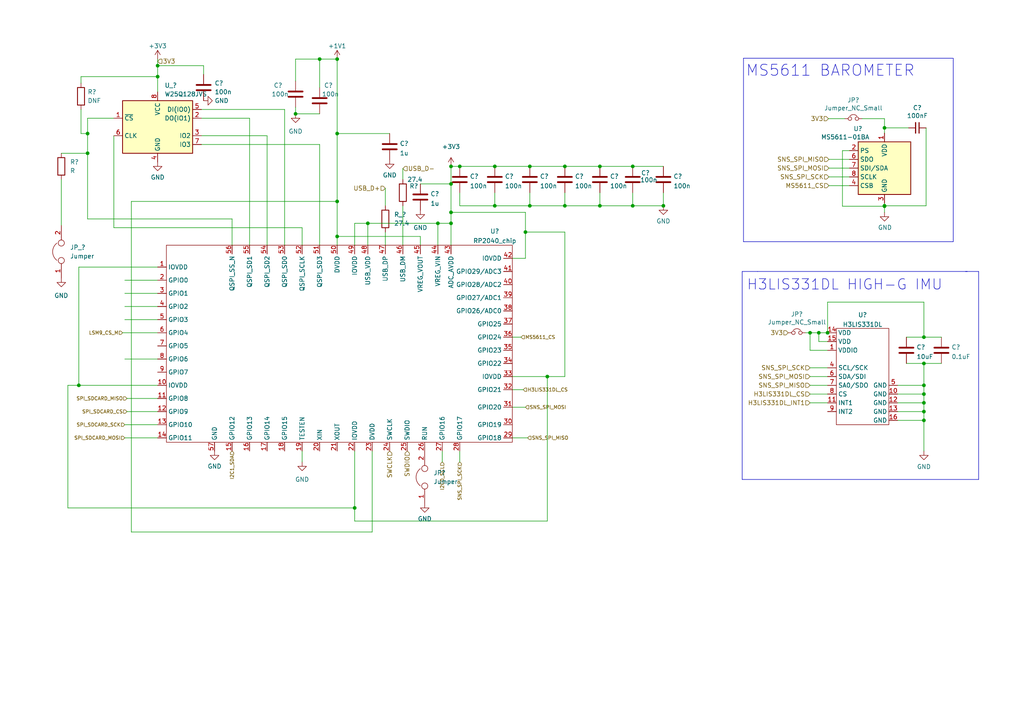
<source format=kicad_sch>
(kicad_sch (version 20231120) (generator "eeschema") (generator_version "8.0")
  (paper "A4")
  (lib_symbols
    (symbol "BMP280_1"
      (property "Reference" "U?" (at 6.35 1.905 0))
      (property "Value" "BMP390" (at 6.35 -0.635 0))
      (symbol "BMP280_1_1_1"
        (pin power_in line (at 0 -7.62 90) (length 2.54) (name "INT") (number "1"))
        (pin input line (at -10.16 -2.54 0) (length 2.54) (name "CSB") (number "2"))
        (pin bidirectional line (at -10.16 2.54 0) (length 2.54) (name "SDI") (number "3"))
        (pin input line (at -10.16 5.08 0) (length 2.54) (name "SCK") (number "4"))
        (pin bidirectional line (at -10.16 0 0) (length 2.54) (name "SDO") (number "5"))
        (pin power_in line (at 0 10.16 270) (length 2.54) (name "VDDIO") (number "6"))
        (pin power_in line (at 2.54 -7.62 90) (length 2.54) (name "VSS") (number "7"))
        (pin power_in line (at 2.54 10.16 270) (length 2.54) (name "VDD") (number "8"))
      )
    )
    (symbol "Connector:Conn_01x12_Female" (pin_names (offset 1.016) hide)
      (property "Reference" "J" (at 0 15.24 0))
      (property "Value" "Conn_01x12_Female" (at 0 -17.78 0))
      (symbol "Conn_01x12_Female_1_1"
        (pin passive line (at -5.08 12.7 0) (length 3.81) (name "Pin_1") (number "1"))
        (pin passive line (at -5.08 -10.16 0) (length 3.81) (name "Pin_10") (number "10"))
        (pin passive line (at -5.08 -12.7 0) (length 3.81) (name "Pin_11") (number "11"))
        (pin passive line (at -5.08 -15.24 0) (length 3.81) (name "Pin_12") (number "12"))
        (pin passive line (at -5.08 10.16 0) (length 3.81) (name "Pin_2") (number "2"))
        (pin passive line (at -5.08 7.62 0) (length 3.81) (name "Pin_3") (number "3"))
        (pin passive line (at -5.08 5.08 0) (length 3.81) (name "Pin_4") (number "4"))
        (pin passive line (at -5.08 2.54 0) (length 3.81) (name "Pin_5") (number "5"))
        (pin passive line (at -5.08 0 0) (length 3.81) (name "Pin_6") (number "6"))
        (pin passive line (at -5.08 -2.54 0) (length 3.81) (name "Pin_7") (number "7"))
        (pin passive line (at -5.08 -5.08 0) (length 3.81) (name "Pin_8") (number "8"))
        (pin passive line (at -5.08 -7.62 0) (length 3.81) (name "Pin_9") (number "9"))
      )
    )
    (symbol "Connector:Conn_01x16_Female" (pin_names (offset 1.016) hide)
      (property "Reference" "J" (at 0 20.32 0))
      (property "Value" "Conn_01x16_Female" (at 0 -22.86 0))
      (symbol "Conn_01x16_Female_1_1"
        (pin passive line (at -5.08 17.78 0) (length 3.81) (name "Pin_1") (number "1"))
        (pin passive line (at -5.08 -5.08 0) (length 3.81) (name "Pin_10") (number "10"))
        (pin passive line (at -5.08 -7.62 0) (length 3.81) (name "Pin_11") (number "11"))
        (pin passive line (at -5.08 -10.16 0) (length 3.81) (name "Pin_12") (number "12"))
        (pin passive line (at -5.08 -12.7 0) (length 3.81) (name "Pin_13") (number "13"))
        (pin passive line (at -5.08 -15.24 0) (length 3.81) (name "Pin_14") (number "14"))
        (pin passive line (at -5.08 -17.78 0) (length 3.81) (name "Pin_15") (number "15"))
        (pin passive line (at -5.08 -20.32 0) (length 3.81) (name "Pin_16") (number "16"))
        (pin passive line (at -5.08 15.24 0) (length 3.81) (name "Pin_2") (number "2"))
        (pin passive line (at -5.08 12.7 0) (length 3.81) (name "Pin_3") (number "3"))
        (pin passive line (at -5.08 10.16 0) (length 3.81) (name "Pin_4") (number "4"))
        (pin passive line (at -5.08 7.62 0) (length 3.81) (name "Pin_5") (number "5"))
        (pin passive line (at -5.08 5.08 0) (length 3.81) (name "Pin_6") (number "6"))
        (pin passive line (at -5.08 2.54 0) (length 3.81) (name "Pin_7") (number "7"))
        (pin passive line (at -5.08 0 0) (length 3.81) (name "Pin_8") (number "8"))
        (pin passive line (at -5.08 -2.54 0) (length 3.81) (name "Pin_9") (number "9"))
      )
    )
    (symbol "Connector:Screw_Terminal_01x02" (pin_names (offset 1.016) hide)
      (property "Reference" "J" (at 0 2.54 0))
      (property "Value" "Screw_Terminal_01x02" (at 0 -5.08 0))
      (symbol "Screw_Terminal_01x02_1_1"
        (pin passive line (at -5.08 0 0) (length 3.81) (name "Pin_1") (number "1"))
        (pin passive line (at -5.08 -2.54 0) (length 3.81) (name "Pin_2") (number "2"))
      )
    )
    (symbol "D24V50F5:C" (pin_numbers hide) (pin_names (offset 0.254))
      (property "Reference" "C" (at 0.635 2.54 0))
      (property "Value" "C" (at 0.635 -2.54 0))
      (symbol "C_1_1"
        (pin passive line (at 0 3.81 270) (length 2.794) (name "~") (number "1"))
        (pin passive line (at 0 -3.81 90) (length 2.794) (name "~") (number "2"))
      )
    )
    (symbol "D24V50F5:Jumper" (pin_names (offset 0.762) hide)
      (property "Reference" "JP" (at 0 3.81 0))
      (property "Value" "Jumper" (at 0 -2.032 0))
      (symbol "Jumper_0_1"
        (pin passive line (at -7.62 0 0) (length 4.191) (name "1") (number "1"))
        (pin passive line (at 7.62 0 180) (length 4.191) (name "2") (number "2"))
      )
    )
    (symbol "D24V50F5:R" (pin_numbers hide) (pin_names (offset 0))
      (property "Reference" "R" (at 2.032 0 90))
      (property "Value" "R" (at 0 0 90))
      (symbol "R_1_1"
        (pin passive line (at 0 3.81 270) (length 1.27) (name "~") (number "1"))
        (pin passive line (at 0 -3.81 90) (length 1.27) (name "~") (number "2"))
      )
    )
    (symbol "Device:C" (pin_numbers hide) (pin_names (offset 0.254))
      (property "Reference" "C" (at 0.635 2.54 0))
      (property "Value" "C" (at 0.635 -2.54 0))
      (symbol "C_1_1"
        (pin passive line (at 0 3.81 270) (length 2.794) (name "~") (number "1"))
        (pin passive line (at 0 -3.81 90) (length 2.794) (name "~") (number "2"))
      )
    )
    (symbol "Device:C_Small" (pin_numbers hide) (pin_names (offset 0.254) hide)
      (property "Reference" "C" (at 0.254 1.778 0))
      (property "Value" "C_Small" (at 0.254 -2.032 0))
      (symbol "C_Small_1_1"
        (pin passive line (at 0 2.54 270) (length 2.032) (name "~") (number "1"))
        (pin passive line (at 0 -2.54 90) (length 2.032) (name "~") (number "2"))
      )
    )
    (symbol "Device:Jumper_NC_Small" (pin_numbers hide) (pin_names (offset 0.762) hide)
      (property "Reference" "JP" (at 0 2.032 0))
      (property "Value" "Device_Jumper_NC_Small" (at 0.254 -1.524 0))
      (symbol "Jumper_NC_Small_0_1"
        (pin passive line (at -2.54 0 0) (length 1.016) (name "1") (number "1"))
        (pin passive line (at 2.54 0 180) (length 1.016) (name "2") (number "2"))
      )
    )
    (symbol "Device:R" (pin_numbers hide) (pin_names (offset 0))
      (property "Reference" "R" (at 2.032 0 90))
      (property "Value" "R" (at 0 0 90))
      (symbol "R_1_1"
        (pin passive line (at 0 3.81 270) (length 1.27) (name "~") (number "1"))
        (pin passive line (at 0 -3.81 90) (length 1.27) (name "~") (number "2"))
      )
    )
    (symbol "H3LIS331DL:H3LIS331DL"
      (property "Reference" "U" (at 0 16.51 0))
      (property "Value" "H3LIS331DL" (at 0 -13.97 0))
      (symbol "H3LIS331DL_1_1"
        (pin power_in line (at -10.16 8.89 0) (length 2.54) (name "VDDIO") (number "1"))
        (pin power_out line (at 10.16 -3.81 180) (length 2.54) (name "GND") (number "10"))
        (pin output line (at -10.16 -6.35 0) (length 2.54) (name "INT1") (number "11"))
        (pin power_out line (at 10.16 -6.35 180) (length 2.54) (name "GND") (number "12"))
        (pin power_out line (at 10.16 -8.89 180) (length 2.54) (name "GND") (number "13"))
        (pin power_in line (at -10.16 13.97 0) (length 2.54) (name "VDD") (number "14"))
        (pin power_in line (at -10.16 11.43 0) (length 2.54) (name "VDD") (number "15"))
        (pin power_out line (at 10.16 -11.43 180) (length 2.54) (name "GND") (number "16"))
        (pin input line (at -10.16 3.81 0) (length 2.54) (name "SCL/SCK") (number "4"))
        (pin power_out line (at 10.16 -1.27 180) (length 2.54) (name "GND") (number "5"))
        (pin input line (at -10.16 1.27 0) (length 2.54) (name "SDA/SDI") (number "6"))
        (pin output line (at -10.16 -1.27 0) (length 2.54) (name "SA0/SDO") (number "7"))
        (pin output line (at -10.16 -3.81 0) (length 2.54) (name "CS") (number "8"))
        (pin output line (at -10.16 -8.89 0) (length 2.54) (name "INT2") (number "9"))
      )
    )
    (symbol "MCU_ST_STM32F1:STM32F103C8Tx"
      (property "Reference" "MICROCNTRL1" (at -26.67 -35.56 0))
      (property "Value" "\nSTM32F103C8T6" (at -26.67 -36.83 0))
      (symbol "STM32F103C8Tx_1_1"
        (pin power_in line (at -2.54 40.64 270) (length 2.54) (name "VBAT") (number "1"))
        (pin bidirectional line (at 17.78 26.67 180) (length 2.54) (name "PA0") (number "10"))
        (pin bidirectional line (at 17.78 22.86 180) (length 2.54) (name "PA1") (number "11"))
        (pin bidirectional line (at 17.78 19.05 180) (length 2.54) (name "PA2") (number "12"))
        (pin bidirectional line (at 17.78 15.24 180) (length 2.54) (name "PA3") (number "13"))
        (pin bidirectional line (at 17.78 11.43 180) (length 2.54) (name "PA4") (number "14"))
        (pin bidirectional line (at 17.78 7.62 180) (length 2.54) (name "PA5") (number "15"))
        (pin bidirectional line (at 17.78 3.81 180) (length 2.54) (name "PA6") (number "16"))
        (pin bidirectional line (at 17.78 0 180) (length 2.54) (name "PA7") (number "17"))
        (pin bidirectional line (at -15.24 8.89 0) (length 2.54) (name "PB0") (number "18"))
        (pin bidirectional line (at -15.24 5.08 0) (length 2.54) (name "PB1") (number "19"))
        (pin bidirectional line (at -15.24 19.05 0) (length 2.54) (name "PC13") (number "2"))
        (pin bidirectional line (at -15.24 2.54 0) (length 2.54) (name "PB2") (number "20"))
        (pin bidirectional line (at -15.24 -17.78 0) (length 2.54) (name "PB10") (number "21"))
        (pin bidirectional line (at -15.24 -20.32 0) (length 2.54) (name "PB11") (number "22"))
        (pin power_in line (at 0 -38.1 90) (length 2.54) (name "VSS") (number "23"))
        (pin power_in line (at 0 40.64 270) (length 2.54) (name "VDD") (number "24"))
        (pin bidirectional line (at -15.24 -22.86 0) (length 2.54) (name "PB12") (number "25"))
        (pin bidirectional line (at -15.24 -25.4 0) (length 2.54) (name "PB13") (number "26"))
        (pin bidirectional line (at -15.24 -27.94 0) (length 2.54) (name "PB14") (number "27"))
        (pin bidirectional line (at -15.24 -30.48 0) (length 2.54) (name "PB15") (number "28"))
        (pin bidirectional line (at 17.78 -3.81 180) (length 2.54) (name "PA8") (number "29"))
        (pin bidirectional line (at -15.24 15.24 0) (length 2.54) (name "PC14") (number "3"))
        (pin bidirectional line (at 17.78 -7.62 180) (length 2.54) (name "PA9") (number "30"))
        (pin bidirectional line (at 17.78 -11.43 180) (length 2.54) (name "PA10") (number "31"))
        (pin bidirectional line (at 17.78 -15.24 180) (length 2.54) (name "PA11") (number "32"))
        (pin bidirectional line (at 17.78 -19.05 180) (length 2.54) (name "PA12") (number "33"))
        (pin bidirectional line (at 17.78 -22.86 180) (length 2.54) (name "PA13") (number "34"))
        (pin passive line (at 0 -38.1 90) (length 2.54) hide (name "VSS") (number "35"))
        (pin power_in line (at 2.54 40.64 270) (length 2.54) (name "VDD") (number "36"))
        (pin bidirectional line (at 17.78 -26.67 180) (length 2.54) (name "PA14") (number "37"))
        (pin bidirectional line (at 17.78 -30.48 180) (length 2.54) (name "PA15") (number "38"))
        (pin bidirectional line (at -15.24 0 0) (length 2.54) (name "PB3") (number "39"))
        (pin bidirectional line (at -15.24 12.7 0) (length 2.54) (name "PC15") (number "4"))
        (pin bidirectional line (at -15.24 -2.54 0) (length 2.54) (name "PB4") (number "40"))
        (pin bidirectional line (at -15.24 -5.08 0) (length 2.54) (name "PB5") (number "41"))
        (pin bidirectional line (at -15.24 -7.62 0) (length 2.54) (name "PB6") (number "42"))
        (pin bidirectional line (at -15.24 -10.16 0) (length 2.54) (name "PB7") (number "43"))
        (pin input line (at -15.24 30.48 0) (length 2.54) (name "BOOT0") (number "44"))
        (pin bidirectional line (at -15.24 -12.7 0) (length 2.54) (name "PB8") (number "45"))
        (pin bidirectional line (at -15.24 -15.24 0) (length 2.54) (name "PB9") (number "46"))
        (pin passive line (at 0 -38.1 90) (length 2.54) hide (name "VSS") (number "47"))
        (pin power_in line (at 5.08 40.64 270) (length 2.54) (name "VDD") (number "48"))
        (pin bidirectional line (at -15.24 26.67 0) (length 2.54) (name "PD0") (number "5"))
        (pin bidirectional line (at -15.24 22.86 0) (length 2.54) (name "PD1") (number "6"))
        (pin input line (at -15.24 35.56 0) (length 2.54) (name "NRST") (number "7"))
        (pin power_in line (at 2.54 -38.1 90) (length 2.54) (name "VSSA") (number "8"))
        (pin power_in line (at 7.62 40.64 270) (length 2.54) (name "VDDA") (number "9"))
      )
    )
    (symbol "MPU-6050_1"
      (property "Reference" "U" (at -11.43 13.97 0))
      (property "Value" "MPU-6050" (at 7.62 -15.24 0))
      (symbol "MPU-6050_1_0_0"
        (text "" (at 12.7 -2.54 0) (effects (font (size 1.27 1.27))))
      )
      (symbol "MPU-6050_1_1_1"
        (pin input clock (at -17.78 -7.62 0) (length 5.08) (name "CLKIN") (number "1"))
        (pin passive line (at 17.78 -7.62 180) (length 5.08) (name "REGOUT") (number "10"))
        (pin input line (at -17.78 -5.08 0) (length 5.08) (name "FSYNC") (number "11"))
        (pin output line (at 17.78 7.62 180) (length 5.08) (name "INT") (number "12"))
        (pin power_in line (at 2.54 17.78 270) (length 3.81) (name "VDD") (number "13"))
        (pin no_connect line (at -12.7 -10.16 0) (length 2.54) hide (name "NC") (number "14"))
        (pin no_connect line (at 12.7 12.7 180) (length 2.54) hide (name "NC") (number "15"))
        (pin no_connect line (at 12.7 10.16 180) (length 2.54) hide (name "NC") (number "16"))
        (pin no_connect line (at 12.7 5.08 180) (length 2.54) hide (name "NC") (number "17"))
        (pin power_in line (at 0 -17.78 90) (length 3.81) (name "GND") (number "18"))
        (pin no_connect line (at 12.7 -10.16 180) (length 2.54) hide (name "RESV") (number "19"))
        (pin no_connect line (at -12.7 12.7 0) (length 2.54) hide (name "NC") (number "2"))
        (pin passive line (at 17.78 -5.08 180) (length 5.08) (name "CPOUT") (number "20"))
        (pin no_connect line (at 12.7 -2.54 180) (length 2.54) hide (name "RESV") (number "21"))
        (pin no_connect line (at 12.7 -12.7 180) (length 2.54) hide (name "RESV") (number "22"))
        (pin input line (at -17.78 5.08 0) (length 5.08) (name "SCL") (number "23"))
        (pin bidirectional line (at -17.78 7.62 0) (length 5.08) (name "SDA") (number "24"))
        (pin no_connect line (at -12.7 10.16 0) (length 2.54) hide (name "NC") (number "3"))
        (pin no_connect line (at -12.7 0 0) (length 2.54) hide (name "NC") (number "4"))
        (pin no_connect line (at -12.7 -2.54 0) (length 2.54) hide (name "NC") (number "5"))
        (pin bidirectional line (at 17.78 2.54 180) (length 5.08) (name "AUX_DA") (number "6"))
        (pin output clock (at 17.78 0 180) (length 5.08) (name "AUX_CL") (number "7"))
        (pin power_in line (at -2.54 17.78 270) (length 3.81) (name "VLOGIC") (number "8"))
        (pin input line (at -17.78 2.54 0) (length 5.08) (name "AD0") (number "9"))
      )
    )
    (symbol "Memory_Flash:W25Q128JVS"
      (property "Reference" "U" (at -8.89 8.89 0))
      (property "Value" "W25Q128JVS" (at 7.62 8.89 0))
      (symbol "W25Q128JVS_1_1"
        (pin input line (at -12.7 2.54 0) (length 2.54) (name "~{CS}") (number "1"))
        (pin bidirectional line (at 12.7 2.54 180) (length 2.54) (name "DO(IO1)") (number "2"))
        (pin bidirectional line (at 12.7 -2.54 180) (length 2.54) (name "IO2") (number "3"))
        (pin power_in line (at 0 -10.16 90) (length 2.54) (name "GND") (number "4"))
        (pin bidirectional line (at 12.7 5.08 180) (length 2.54) (name "DI(IO0)") (number "5"))
        (pin input line (at -12.7 -2.54 0) (length 2.54) (name "CLK") (number "6"))
        (pin bidirectional line (at 12.7 -5.08 180) (length 2.54) (name "IO3") (number "7"))
        (pin power_in line (at 0 10.16 270) (length 2.54) (name "VCC") (number "8"))
      )
    )
    (symbol "PCM_4ms_Connector:Conn_02x08" (pin_names (offset 0.0254) hide)
      (property "Reference" "J" (at 0 11.43 0))
      (property "Value" "Conn_02x08" (at 0 13.97 0))
      (symbol "Conn_02x08_1_1"
        (pin passive line (at -6.35 8.89 0) (length 3.81) (name "P1") (number "1"))
        (pin passive line (at 6.35 -1.27 180) (length 3.81) (name "GND") (number "10"))
        (pin passive line (at -6.35 -3.81 0) (length 3.81) (name "GND") (number "11"))
        (pin passive line (at 6.35 -3.81 180) (length 3.81) (name "GND") (number "12"))
        (pin passive line (at -6.35 -6.35 0) (length 3.81) (name "-12") (number "13"))
        (pin passive line (at 6.35 -6.35 180) (length 3.81) (name "-12V") (number "14"))
        (pin passive line (at -6.35 -8.89 0) (length 3.81) (name "-12V") (number "15"))
        (pin passive line (at 6.35 -8.89 180) (length 3.81) (name "P16") (number "16"))
        (pin passive line (at 6.35 8.89 180) (length 3.81) (name "P2") (number "2"))
        (pin passive line (at -6.35 6.35 0) (length 3.81) (name "P3") (number "3"))
        (pin passive line (at 6.35 6.35 180) (length 3.81) (name "P4") (number "4"))
        (pin passive line (at -6.35 3.81 0) (length 3.81) (name "+12V") (number "5"))
        (pin passive line (at 6.35 3.81 180) (length 3.81) (name "P6") (number "6"))
        (pin passive line (at -6.35 1.27 0) (length 3.81) (name "12V") (number "7"))
        (pin passive line (at 6.35 1.27 180) (length 3.81) (name "+12V") (number "8"))
        (pin passive line (at -6.35 -1.27 0) (length 3.81) (name "GND") (number "9"))
      )
    )
    (symbol "RP2040:RP2040_chip"
      (property "Reference" "U" (at 0 0 0))
      (property "Value" "RP2040_chip" (at 17.78 85.09 0))
      (symbol "RP2040_chip_1_1"
        (pin input line (at -21.59 58.42 0) (length 2.54) (name "IOVDD") (number "1"))
        (pin input line (at -21.59 24.13 0) (length 2.54) (name "IOVDD") (number "10"))
        (pin bidirectional line (at -21.59 20.32 0) (length 2.54) (name "GPIO8") (number "11"))
        (pin bidirectional line (at -21.59 16.51 0) (length 2.54) (name "GPIO9") (number "12"))
        (pin bidirectional line (at -21.59 12.7 0) (length 2.54) (name "GPIO10") (number "13"))
        (pin bidirectional line (at -21.59 8.89 0) (length 2.54) (name "GPIO11") (number "14"))
        (pin bidirectional line (at 0 5.08 90) (length 2.54) (name "GPIO12") (number "15"))
        (pin bidirectional line (at 5.08 5.08 90) (length 2.54) (name "GPIO13") (number "16"))
        (pin bidirectional line (at 10.16 5.08 90) (length 2.54) (name "GPIO14") (number "17"))
        (pin bidirectional line (at 15.24 5.08 90) (length 2.54) (name "GPIO15") (number "18"))
        (pin bidirectional line (at 20.32 5.08 90) (length 2.54) (name "TESTEN") (number "19"))
        (pin bidirectional line (at -21.59 54.61 0) (length 2.54) (name "GPIO0") (number "2"))
        (pin bidirectional line (at 25.4 5.08 90) (length 2.54) (name "XIN") (number "20"))
        (pin bidirectional line (at 30.48 5.08 90) (length 2.54) (name "XOUT") (number "21"))
        (pin input line (at 35.56 5.08 90) (length 2.54) (name "IOVDD") (number "22"))
        (pin bidirectional line (at 40.64 5.08 90) (length 2.54) (name "DVDD") (number "23"))
        (pin bidirectional line (at 45.72 5.08 90) (length 2.54) (name "SWCLK") (number "24"))
        (pin bidirectional line (at 50.8 5.08 90) (length 2.54) (name "SWDIO") (number "25"))
        (pin bidirectional line (at 55.88 5.08 90) (length 2.54) (name "RUN") (number "26"))
        (pin bidirectional line (at 60.96 5.08 90) (length 2.54) (name "GPIO16") (number "27"))
        (pin bidirectional line (at 66.04 5.08 90) (length 2.54) (name "GPIO17") (number "28"))
        (pin bidirectional line (at 81.28 8.89 180) (length 2.54) (name "GPIO18") (number "29"))
        (pin bidirectional line (at -21.59 50.8 0) (length 2.54) (name "GPIO1") (number "3"))
        (pin bidirectional line (at 81.28 12.7 180) (length 2.54) (name "GPIO19") (number "30"))
        (pin bidirectional line (at 81.28 17.78 180) (length 2.54) (name "GPIO20") (number "31"))
        (pin bidirectional line (at 81.28 22.86 180) (length 2.54) (name "GPIO21") (number "32"))
        (pin input line (at 81.28 26.67 180) (length 2.54) (name "IOVDD") (number "33"))
        (pin bidirectional line (at 81.28 30.48 180) (length 2.54) (name "GPIO22") (number "34"))
        (pin bidirectional line (at 81.28 34.29 180) (length 2.54) (name "GPIO23") (number "35"))
        (pin bidirectional line (at 81.28 38.1 180) (length 2.54) (name "GPIO24") (number "36"))
        (pin bidirectional line (at 81.28 41.91 180) (length 2.54) (name "GPIO25") (number "37"))
        (pin bidirectional line (at 81.28 45.72 180) (length 2.54) (name "GPIO26/ADC0") (number "38"))
        (pin bidirectional line (at 81.28 49.53 180) (length 2.54) (name "GPIO27/ADC1") (number "39"))
        (pin bidirectional line (at -21.59 46.99 0) (length 2.54) (name "GPIO2") (number "4"))
        (pin bidirectional line (at 81.28 53.34 180) (length 2.54) (name "GPIO28/ADC2") (number "40"))
        (pin bidirectional line (at 81.28 57.15 180) (length 2.54) (name "GPIO29/ADC3") (number "41"))
        (pin input line (at 81.28 60.96 180) (length 2.54) (name "IOVDD") (number "42"))
        (pin bidirectional line (at 63.5 64.77 270) (length 2.54) (name "ADC_AVDD") (number "43"))
        (pin bidirectional line (at 59.69 64.77 270) (length 2.54) (name "VREG_VIN") (number "44"))
        (pin bidirectional line (at 54.61 64.77 270) (length 2.54) (name "VREG_VOUT") (number "45"))
        (pin bidirectional line (at 49.53 64.77 270) (length 2.54) (name "USB_DM") (number "46"))
        (pin bidirectional line (at 44.45 64.77 270) (length 2.54) (name "USB_DP") (number "47"))
        (pin bidirectional line (at 39.37 64.77 270) (length 2.54) (name "USB_VDD") (number "48"))
        (pin input line (at 35.56 64.77 270) (length 2.54) (name "IOVDD") (number "49"))
        (pin bidirectional line (at -21.59 43.18 0) (length 2.54) (name "GPIO3") (number "5"))
        (pin bidirectional line (at 30.48 64.77 270) (length 2.54) (name "DVDD") (number "50"))
        (pin bidirectional line (at 25.4 64.77 270) (length 2.54) (name "QSPI_SD3") (number "51"))
        (pin bidirectional line (at 20.32 64.77 270) (length 2.54) (name "QSPI_SCLK") (number "52"))
        (pin bidirectional line (at 15.24 64.77 270) (length 2.54) (name "QSPI_SD0") (number "53"))
        (pin bidirectional line (at 10.16 64.77 270) (length 2.54) (name "QSPI_SD2") (number "54"))
        (pin bidirectional line (at 5.08 64.77 270) (length 2.54) (name "QSPI_SD1") (number "55"))
        (pin bidirectional line (at 0 64.77 270) (length 2.54) (name "QSPI_SS_N") (number "56"))
        (pin output line (at -5.08 5.08 90) (length 2.54) (name "GND") (number "57"))
        (pin bidirectional line (at -21.59 39.37 0) (length 2.54) (name "GPIO4") (number "6"))
        (pin bidirectional line (at -21.59 35.56 0) (length 2.54) (name "GPIO5") (number "7"))
        (pin bidirectional line (at -21.59 31.75 0) (length 2.54) (name "GPIO6") (number "8"))
        (pin bidirectional line (at -21.59 27.94 0) (length 2.54) (name "GPIO7") (number "9"))
      )
    )
    (symbol "Regulator_Linear:AZ1117-5.0" (pin_names (offset 0.254))
      (property "Reference" "U?" (at 0 6.35 0))
      (property "Value" "AZ1117CH-5.0TRG1" (at 0 3.81 0))
      (symbol "AZ1117-5.0_1_1"
        (pin power_in line (at -7.62 -3.81 0) (length 2.54) (name "GND") (number "1"))
        (pin power_out line (at 7.62 0 180) (length 2.54) (name "VO") (number "2"))
        (pin power_in line (at -7.62 0 0) (length 2.54) (name "VI") (number "3"))
        (pin unspecified line (at 7.62 -3.81 180) (length 2.54) (name "Vout") (number "4"))
      )
    )
    (symbol "Regulator_Linear:LD3985M33R_SOT23" (pin_names (offset 0.254))
      (property "Reference" "U" (at -3.81 5.715 0))
      (property "Value" "LD3985M33R_SOT23" (at 0 5.715 0))
      (symbol "LD3985M33R_SOT23_1_1"
        (pin power_in line (at -7.62 2.54 0) (length 2.54) (name "VIN") (number "1"))
        (pin power_in line (at 0 -7.62 90) (length 2.54) (name "GND") (number "2"))
        (pin input line (at -7.62 0 0) (length 2.54) (name "INH") (number "3"))
        (pin input line (at 7.62 0 180) (length 2.54) (name "BYP") (number "4"))
        (pin power_out line (at 7.62 2.54 180) (length 2.54) (name "VOUT") (number "5"))
      )
    )
    (symbol "Regulator_Linear:SPX3819M5-L-3-3" (pin_names (offset 0.254))
      (property "Reference" "U" (at -3.81 5.715 0))
      (property "Value" "SPX3819M5-L-3-3" (at 0 5.715 0))
      (symbol "SPX3819M5-L-3-3_1_1"
        (pin power_in line (at -7.62 2.54 0) (length 2.54) (name "IN") (number "1"))
        (pin power_in line (at 0 -7.62 90) (length 2.54) (name "GND") (number "2"))
        (pin input line (at -7.62 0 0) (length 2.54) (name "EN") (number "3"))
        (pin input line (at 7.62 0 180) (length 2.54) (name "BP") (number "4"))
        (pin power_out line (at 7.62 2.54 180) (length 2.54) (name "OUT") (number "5"))
      )
    )
    (symbol "Sensor_Motion:LSM9DS1"
      (property "Reference" "U" (at -15.24 21.59 0))
      (property "Value" "LSM9DS1" (at -15.24 19.05 0))
      (symbol "LSM9DS1_1_1"
        (pin power_in line (at 0 20.32 270) (length 2.54) (name "VDDIO") (number "1"))
        (pin output line (at 17.78 2.54 180) (length 2.54) (name "INT_M") (number "10"))
        (pin output line (at -17.78 -2.54 0) (length 2.54) (name "INT1_A/G") (number "11"))
        (pin output line (at -17.78 -5.08 0) (length 2.54) (name "INT2_A/G") (number "12"))
        (pin input line (at -17.78 -7.62 0) (length 2.54) (name "DEN_A/G") (number "13"))
        (pin bidirectional line (at 17.78 -2.54 180) (length 2.54) (name "RES") (number "14"))
        (pin bidirectional line (at 17.78 -5.08 180) (length 2.54) (name "RES") (number "15"))
        (pin bidirectional line (at 17.78 -7.62 180) (length 2.54) (name "RES") (number "16"))
        (pin bidirectional line (at 17.78 -10.16 180) (length 2.54) (name "RES") (number "17"))
        (pin bidirectional line (at 17.78 -12.7 180) (length 2.54) (name "RES") (number "18"))
        (pin power_in line (at -2.54 -20.32 90) (length 2.54) (name "GND") (number "19"))
        (pin input line (at -17.78 10.16 0) (length 2.54) (name "SCL/SPC") (number "2"))
        (pin power_in line (at 2.54 -20.32 90) (length 2.54) (name "GND") (number "20"))
        (pin passive line (at -17.78 -12.7 0) (length 2.54) (name "CAP") (number "21"))
        (pin power_in line (at 7.62 20.32 270) (length 2.54) (name "VDD") (number "22"))
        (pin power_in line (at 10.16 20.32 270) (length 2.54) (name "VDD") (number "23"))
        (pin passive line (at -17.78 -15.24 0) (length 2.54) (name "C1") (number "24"))
        (pin power_in line (at 2.54 20.32 270) (length 2.54) (name "VDDIO") (number "3"))
        (pin bidirectional line (at -17.78 7.62 0) (length 2.54) (name "SDA/SDI/SDO") (number "4"))
        (pin output line (at -17.78 0 0) (length 2.54) (name "SDO_A/G") (number "5"))
        (pin output line (at 17.78 7.62 180) (length 2.54) (name "SDO_M") (number "6"))
        (pin input line (at -17.78 2.54 0) (length 2.54) (name "CS_A/G") (number "7"))
        (pin input line (at 17.78 10.16 180) (length 2.54) (name "CS_M") (number "8"))
        (pin output line (at 17.78 5.08 180) (length 2.54) (name "DRDY_M") (number "9"))
      )
    )
    (symbol "Sensor_Pressure:MS5611-01BA"
      (property "Reference" "U" (at -6.35 8.89 0))
      (property "Value" "MS5611-01BA" (at 7.62 8.89 0))
      (symbol "MS5611-01BA_1_1"
        (pin power_in line (at 0 10.16 270) (length 2.54) (name "VDD") (number "1"))
        (pin input line (at -10.16 5.08 0) (length 2.54) (name "PS") (number "2"))
        (pin power_in line (at 0 -10.16 90) (length 2.54) (name "GND") (number "3"))
        (pin input line (at -10.16 -5.08 0) (length 2.54) (name "CSB") (number "4"))
        (pin input line (at -10.16 -5.08 0) (length 2.54) hide (name "CSB") (number "5"))
        (pin output line (at -10.16 2.54 0) (length 2.54) (name "SDO") (number "6"))
        (pin bidirectional line (at -10.16 0 0) (length 2.54) (name "SDI/SDA") (number "7"))
        (pin input line (at -10.16 -2.54 0) (length 2.54) (name "SCLK") (number "8"))
      )
    )
    (symbol "power:+1V1" (power) (pin_names (offset 0))
      (property "Value" "+1V1" (at 0 3.556 0))
      (symbol "+1V1_1_1"
        (pin power_in line (at 0 0 90) (length 0) hide (name "+1V1") (number "1"))
      )
    )
    (symbol "power:+3V3" (power) (pin_names (offset 0))
      (property "Value" "+3V3" (at 0 3.556 0))
      (symbol "+3V3_1_1"
        (pin power_in line (at 0 0 90) (length 0) hide (name "+3V3") (number "1"))
      )
    )
    (symbol "power:GND" (power) (pin_names (offset 0))
      (property "Value" "GND" (at 0 -3.81 0))
      (symbol "GND_1_1"
        (pin power_in line (at 0 0 270) (length 0) hide (name "GND") (number "1"))
      )
    )
  )
  (junction (at 25.4 38.735))
  (junction (at 130.81 61.595))
  (junction (at 410.464 114.427))
  (junction (at 67.945 -39.37))
  (junction (at 139.7 309.88))
  (junction (at 25.4 44.45))
  (junction (at 392.684 101.727))
  (junction (at 45.72 19.05))
  (junction (at 256.54 37.084))
  (junction (at 129.54 269.24))
  (junction (at 254.635 -31.75))
  (junction (at 97.79 68.58))
  (junction (at 158.75 109.22))
  (junction (at 127 64.77))
  (junction (at 85.725 33.02))
  (junction (at 97.79 17.145))
  (junction (at 234.95 -78.74))
  (junction (at 129.54 289.56))
  (junction (at 183.515 48.26))
  (junction (at 256.54 59.69))
  (junction (at 39.37 363.22))
  (junction (at 391.414 101.727))
  (junction (at 134.62 309.88))
  (junction (at 97.79 58.42))
  (junction (at 129.54 276.86))
  (junction (at 143.51 48.26))
  (junction (at 43.18 360.68))
  (junction (at 143.51 59.69))
  (junction (at 401.574 102.997))
  (junction (at 130.81 53.34))
  (junction (at 63.5 300.99))
  (junction (at 37.465 -16.51))
  (junction (at 234.95 -60.96))
  (junction (at 115.57 339.09))
  (junction (at 234.95 96.52))
  (junction (at 144.78 234.95))
  (junction (at 240.03 96.52))
  (junction (at 234.95 -10.16))
  (junction (at 125.73 289.56))
  (junction (at 19.685 -39.37))
  (junction (at 106.68 64.77))
  (junction (at 242.57 -78.74))
  (junction (at 254.635 -29.21))
  (junction (at 92.71 17.145))
  (junction (at 254.635 -24.13))
  (junction (at 163.83 59.69))
  (junction (at 130.81 48.26))
  (junction (at 173.99 48.26))
  (junction (at 152.4 67.31))
  (junction (at 163.83 48.26))
  (junction (at 68.58 382.27))
  (junction (at 133.35 48.26))
  (junction (at 102.87 147.32))
  (junction (at 66.04 300.99))
  (junction (at 242.57 -60.96))
  (junction (at 419.354 102.997))
  (junction (at 260.35 -78.74))
  (junction (at 192.405 59.69))
  (junction (at 237.49 96.52))
  (junction (at 254.635 -26.67))
  (junction (at 183.515 59.69))
  (junction (at 37.465 -26.67))
  (junction (at 400.304 101.727))
  (junction (at 173.99 59.69))
  (junction (at 267.97 119.38))
  (junction (at 229.87 -10.16))
  (junction (at 97.79 38.735))
  (junction (at 130.81 64.77))
  (junction (at 267.97 116.84))
  (junction (at 232.41 -10.16))
  (junction (at 209.55 -10.16))
  (junction (at 121.92 269.24))
  (junction (at 371.094 101.727))
  (junction (at 267.97 114.3))
  (junction (at 153.67 59.69))
  (junction (at 267.97 97.79))
  (junction (at 45.72 22.225))
  (junction (at 267.97 121.92))
  (junction (at 267.97 111.76))
  (junction (at 153.67 48.26))
  (junction (at 267.97 105.41))
  (junction (at 118.11 339.09))
  (junction (at 66.04 382.27))
  (junction (at 399.034 101.727))
  (junction (at 130.81 279.4))
  (junction (at 256.54 59.817))
  (junction (at 22.86 111.76))
  (junction (at 220.98 -78.74))
  (no_connect (at 50.8 365.76))
  (no_connect (at 50.8 330.2))
  (no_connect (at 83.82 331.47))
  (no_connect (at 50.8 355.6))
  (no_connect (at 50.8 337.82))
  (no_connect (at 83.82 327.66))
  (no_connect (at 214.63 -29.21))
  (no_connect (at 83.82 320.04))
  (no_connect (at 50.8 368.3))
  (no_connect (at 50.8 316.23))
  (no_connect (at 50.8 353.06))
  (no_connect (at 418.084 105.537))
  (no_connect (at 50.8 370.84))
  (no_connect (at 154.94 323.85))
  (no_connect (at 154.94 328.93))
  (no_connect (at 50.8 373.38))
  (no_connect (at 154.94 331.47))
  (no_connect (at 50.8 358.14))
  (no_connect (at 50.8 320.04))
  (no_connect (at 50.8 327.66))
  (wire (pts (xy 83.82 316.23) (xy 85.09 316.23)))
  (wire (pts (xy 401.574 105.537) (xy 401.574 102.997)))
  (wire (pts (xy 92.71 41.91) (xy 92.71 71.12)))
  (wire (pts (xy 19.685 -16.51) (xy 37.465 -16.51)))
  (wire (pts (xy 118.11 339.09) (xy 119.38 339.09)))
  (wire (pts (xy 82.55 31.75) (xy 82.55 71.12)))
  (wire (pts (xy 36.83 115.57) (xy 45.72 115.57)))
  (wire (pts (xy 135.89 247.65) (xy 135.89 248.92)))
  (polyline (pts (xy 86.995 -49.53) (xy 86.995 -5.08)))
  (wire (pts (xy 234.95 -15.875) (xy 234.95 -10.16)))
  (wire (pts (xy 274.32 -78.74) (xy 274.32 -74.93)))
  (wire (pts (xy 125.73 289.56) (xy 129.54 289.56)))
  (wire (pts (xy 148.59 118.11) (xy 152.4 118.11)))
  (polyline (pts (xy 280.035 78.74) (xy 283.845 78.74)))
  (wire (pts (xy 274.32 -67.31) (xy 274.32 -64.77)))
  (wire (pts (xy 148.59 269.24) (xy 149.86 269.24)))
  (polyline (pts (xy 215.646 16.891) (xy 276.479 16.891)))
  (wire (pts (xy 148.59 257.81) (xy 148.59 256.54)))
  (wire (pts (xy 244.348 43.688) (xy 244.348 59.817)))
  (wire (pts (xy 374.904 109.347) (xy 373.634 109.347)))
  (wire (pts (xy 401.574 102.997) (xy 402.844 102.997)))
  (wire (pts (xy 267.97 119.38) (xy 267.97 121.92)))
  (wire (pts (xy 143.51 382.27) (xy 158.75 382.27)))
  (wire (pts (xy 167.64 382.27) (xy 166.37 382.27)))
  (wire (pts (xy 268.605 37.084) (xy 268.605 59.69)))
  (wire (pts (xy 148.59 247.65) (xy 148.59 248.92)))
  (wire (pts (xy 267.97 97.79) (xy 273.05 97.79)))
  (wire (pts (xy 183.515 55.88) (xy 183.515 59.69)))
  (wire (pts (xy 130.81 64.77) (xy 130.81 71.12)))
  (wire (pts (xy 118.11 326.39) (xy 119.38 326.39)))
  (wire (pts (xy 262.89 97.79) (xy 267.97 97.79)))
  (polyline (pts (xy 276.479 16.891) (xy 276.479 70.104)))
  (wire (pts (xy 143.51 55.88) (xy 143.51 59.69)))
  (wire (pts (xy 129.54 269.24) (xy 130.81 269.24)))
  (wire (pts (xy 125.73 273.05) (xy 130.81 273.05)))
  (polyline (pts (xy 215.265 78.74) (xy 215.265 139.065)))
  (wire (pts (xy 158.75 151.13) (xy 158.75 109.22)))
  (wire (pts (xy 58.42 39.37) (xy 77.47 39.37)))
  (polyline (pts (xy 86.995 -49.53) (xy 165.1 -49.53)))
  (wire (pts (xy 36.83 119.38) (xy 45.72 119.38)))
  (wire (pts (xy 92.71 17.145) (xy 85.725 17.145)))
  (wire (pts (xy 134.62 313.69) (xy 134.62 309.88)))
  (wire (pts (xy 25.4 44.45) (xy 25.4 63.5)))
  (wire (pts (xy 260.35 -67.31) (xy 260.35 -64.77)))
  (wire (pts (xy 148.59 113.03) (xy 151.765 113.03)))
  (wire (pts (xy 17.78 52.07) (xy 17.78 65.405)))
  (polyline (pts (xy 219.71 78.74) (xy 215.265 78.74)))
  (wire (pts (xy 119.38 234.95) (xy 119.38 236.22)))
  (wire (pts (xy 267.97 116.84) (xy 267.97 119.38)))
  (wire (pts (xy 242.57 -60.96) (xy 242.57 -57.15)))
  (wire (pts (xy 45.72 77.47) (xy 22.86 77.47)))
  (wire (pts (xy 134.62 309.88) (xy 133.35 309.88)))
  (wire (pts (xy 234.95 109.22) (xy 240.03 109.22)))
  (wire (pts (xy 242.57 -78.74) (xy 260.35 -78.74)))
  (wire (pts (xy 143.51 369.57) (xy 152.4 369.57)))
  (wire (pts (xy 83.82 342.9) (xy 85.09 342.9)))
  (wire (pts (xy 260.35 121.92) (xy 267.97 121.92)))
  (wire (pts (xy 22.86 77.47) (xy 22.86 111.76)))
  (wire (pts (xy 246.38 43.688) (xy 244.348 43.688)))
  (wire (pts (xy 148.59 280.67) (xy 149.86 280.67)))
  (wire (pts (xy 229.87 -16.51) (xy 229.87 -10.16)))
  (wire (pts (xy 419.354 102.997) (xy 421.894 102.997)))
  (wire (pts (xy 41.91 375.92) (xy 43.18 375.92)))
  (wire (pts (xy 129.54 372.11) (xy 130.81 372.11)))
  (wire (pts (xy 33.02 66.04) (xy 87.63 66.04)))
  (wire (pts (xy 35.56 373.38) (xy 39.37 373.38)))
  (wire (pts (xy 234.95 101.6) (xy 240.03 101.6)))
  (wire (pts (xy 97.79 -25.4) (xy 106.68 -25.4)))
  (wire (pts (xy 102.87 64.77) (xy 106.68 64.77)))
  (wire (pts (xy 163.83 59.69) (xy 173.99 59.69)))
  (wire (pts (xy 36.195 104.14) (xy 45.72 104.14)))
  (wire (pts (xy 392.684 104.267) (xy 392.684 101.727)))
  (wire (pts (xy 210.82 -46.99) (xy 214.63 -46.99)))
  (wire (pts (xy 234.95 -60.96) (xy 234.95 -57.15)))
  (wire (pts (xy 49.53 340.36) (xy 50.8 340.36)))
  (wire (pts (xy 153.67 59.69) (xy 163.83 59.69)))
  (wire (pts (xy 71.12 299.72) (xy 71.12 302.26)))
  (wire (pts (xy 133.35 130.81) (xy 133.35 133.985)))
  (wire (pts (xy 410.464 114.427) (xy 411.734 114.427)))
  (wire (pts (xy 73.66 300.99) (xy 73.66 302.26)))
  (wire (pts (xy 158.75 336.55) (xy 158.75 335.28)))
  (wire (pts (xy 67.945 -16.51) (xy 37.465 -16.51)))
  (polyline (pts (xy 175.26 -1.27) (xy 175.26 -88.9)))
  (wire (pts (xy 45.72 17.145) (xy 45.72 19.05)))
  (wire (pts (xy 260.35 -78.74) (xy 274.32 -78.74)))
  (wire (pts (xy 246.38 48.768) (xy 240.411 48.768)))
  (wire (pts (xy 130.81 61.595) (xy 130.81 64.77)))
  (wire (pts (xy 58.42 31.75) (xy 82.55 31.75)))
  (wire (pts (xy 209.55 -10.16) (xy 229.87 -10.16)))
  (wire (pts (xy 136.525 -24.765) (xy 140.97 -24.765)))
  (wire (pts (xy 267.97 121.92) (xy 267.97 130.81)))
  (wire (pts (xy 210.82 -34.29) (xy 214.63 -34.29)))
  (wire (pts (xy 156.21 349.25) (xy 156.21 347.98)))
  (wire (pts (xy 127 64.77) (xy 130.81 64.77)))
  (wire (pts (xy 391.414 101.727) (xy 392.684 101.727)))
  (wire (pts (xy 86.36 299.72) (xy 71.12 299.72)))
  (wire (pts (xy 256.54 59.817) (xy 256.54 61.595)))
  (wire (pts (xy 256.54 59.69) (xy 256.54 59.817)))
  (wire (pts (xy 83.82 350.52) (xy 85.09 350.52)))
  (wire (pts (xy 399.034 101.727) (xy 400.304 101.727)))
  (wire (pts (xy 143.51 374.65) (xy 152.4 374.65)))
  (wire (pts (xy 138.43 351.79) (xy 137.16 351.79)))
  (wire (pts (xy 132.08 234.95) (xy 132.08 236.22)))
  (wire (pts (xy 262.89 105.41) (xy 267.97 105.41)))
  (wire (pts (xy 37.465 -26.67) (xy 60.325 -26.67)))
  (polyline (pts (xy 276.479 70.104) (xy 215.646 70.104)))
  (polyline (pts (xy 283.845 139.065) (xy 215.265 139.065)))
  (wire (pts (xy 173.99 59.69) (xy 183.515 59.69)))
  (wire (pts (xy 83.82 365.76) (xy 85.09 365.76)))
  (wire (pts (xy 254 -46.99) (xy 250.19 -46.99)))
  (wire (pts (xy 220.98 -67.31) (xy 220.98 -63.5)))
  (wire (pts (xy 23.495 31.75) (xy 23.495 38.735)))
  (wire (pts (xy 87.63 130.81) (xy 87.63 133.985)))
  (wire (pts (xy 152.4 61.595) (xy 130.81 61.595)))
  (wire (pts (xy 250.19 -26.67) (xy 254.635 -26.67)))
  (wire (pts (xy 148.59 276.86) (xy 149.86 276.86)))
  (wire (pts (xy 246.38 53.848) (xy 240.411 53.848)))
  (wire (pts (xy 373.634 109.347) (xy 373.634 105.537)))
  (wire (pts (xy 115.57 339.09) (xy 115.57 341.63)))
  (wire (pts (xy 267.97 114.3) (xy 267.97 116.84)))
  (wire (pts (xy 250.19 -34.29) (xy 254.635 -34.29)))
  (wire (pts (xy 45.72 19.05) (xy 59.055 19.05)))
  (wire (pts (xy 106.68 64.77) (xy 127 64.77)))
  (wire (pts (xy 97.79 58.42) (xy 97.79 68.58)))
  (wire (pts (xy 163.83 48.26) (xy 173.99 48.26)))
  (wire (pts (xy 260.35 -78.74) (xy 260.35 -74.93)))
  (wire (pts (xy 419.354 102.997) (xy 419.354 104.267)))
  (wire (pts (xy 244.983 34.417) (xy 240.284 34.417)))
  (wire (pts (xy 72.39 34.29) (xy 72.39 71.12)))
  (wire (pts (xy 254.635 -24.13) (xy 254.635 -10.16)))
  (wire (pts (xy 107.95 130.81) (xy 107.95 154.305)))
  (wire (pts (xy 19.685 111.76) (xy 19.685 147.32)))
  (wire (pts (xy 410.464 114.427) (xy 410.464 113.157)))
  (wire (pts (xy 205.74 -78.74) (xy 210.82 -78.74)))
  (wire (pts (xy 119.38 257.81) (xy 119.38 256.54)))
  (wire (pts (xy 36.195 85.09) (xy 45.72 85.09)))
  (wire (pts (xy 67.945 -23.495) (xy 67.945 -16.51)))
  (wire (pts (xy 132.08 234.95) (xy 130.81 234.95)))
  (polyline (pts (xy 283.845 78.74) (xy 283.845 139.065)))
  (wire (pts (xy 143.51 379.73) (xy 153.67 379.73)))
  (wire (pts (xy 29.845 -36.83) (xy 26.035 -36.83)))
  (wire (pts (xy 37.465 -29.21) (xy 37.465 -26.67)))
  (wire (pts (xy 210.82 -39.37) (xy 214.63 -39.37)))
  (wire (pts (xy 267.97 87.63) (xy 267.97 97.79)))
  (wire (pts (xy 86.36 302.26) (xy 86.36 299.72)))
  (wire (pts (xy 137.16 349.25) (xy 137.16 351.79)))
  (wire (pts (xy 87.63 66.04) (xy 87.63 71.12)))
  (wire (pts (xy 371.094 111.887) (xy 369.824 111.887)))
  (wire (pts (xy 41.91 360.68) (xy 43.18 360.68)))
  (wire (pts (xy 136.525 -34.925) (xy 140.97 -34.925)))
  (wire (pts (xy 240.157 96.52) (xy 240.03 96.52)))
  (wire (pts (xy 129.54 377.19) (xy 130.81 377.19)))
  (wire (pts (xy 129.54 276.86) (xy 130.81 276.86)))
  (wire (pts (xy 121.92 289.56) (xy 125.73 289.56)))
  (wire (pts (xy 136.525 -27.305) (xy 140.97 -27.305)))
  (wire (pts (xy 158.75 326.39) (xy 160.02 326.39)))
  (wire (pts (xy 92.71 17.145) (xy 92.71 25.4)))
  (wire (pts (xy 371.094 101.727) (xy 374.904 101.727)))
  (wire (pts (xy 448.945 91.059) (xy 448.945 101.346)))
  (wire (pts (xy 57.15 -36.83) (xy 60.325 -36.83)))
  (wire (pts (xy 102.87 151.13) (xy 158.75 151.13)))
  (wire (pts (xy 254 -44.45) (xy 250.19 -44.45)))
  (wire (pts (xy 97.79 -27.94) (xy 106.68 -27.94)))
  (wire (pts (xy 234.95 116.84) (xy 240.03 116.84)))
  (wire (pts (xy 234.95 106.68) (xy 240.03 106.68)))
  (wire (pts (xy 136.525 -42.545) (xy 140.97 -42.545)))
  (wire (pts (xy 143.51 367.03) (xy 144.78 367.03)))
  (wire (pts (xy 45.72 22.225) (xy 45.72 26.67)))
  (wire (pts (xy 119.38 247.65) (xy 118.11 247.65)))
  (wire (pts (xy 35.56 363.22) (xy 39.37 363.22)))
  (wire (pts (xy 58.42 34.29) (xy 72.39 34.29)))
  (wire (pts (xy 68.58 300.99) (xy 68.58 302.26)))
  (wire (pts (xy 173.99 55.88) (xy 173.99 59.69)))
  (wire (pts (xy 118.11 322.58) (xy 118.11 323.85)))
  (wire (pts (xy 362.204 101.346) (xy 362.204 101.727)))
  (wire (pts (xy 148.59 74.93) (xy 152.4 74.93)))
  (wire (pts (xy 371.094 111.887) (xy 371.094 110.617)))
  (wire (pts (xy 49.53 334.01) (xy 50.8 334.01)))
  (wire (pts (xy 263.525 37.084) (xy 256.54 37.084)))
  (wire (pts (xy 143.51 372.11) (xy 144.78 372.11)))
  (wire (pts (xy 148.59 247.65) (xy 147.32 247.65)))
  (wire (pts (xy 240.03 96.52) (xy 240.03 87.63)))
  (wire (pts (xy 242.57 -60.96) (xy 240.03 -60.96)))
  (wire (pts (xy 97.79 68.58) (xy 121.92 68.58)))
  (wire (pts (xy 250.19 -24.13) (xy 254.635 -24.13)))
  (polyline (pts (xy 165.1 -5.08) (xy 165.1 -49.53)))
  (wire (pts (xy 240.03 -60.96) (xy 240.03 -57.15)))
  (wire (pts (xy 138.43 288.29) (xy 133.35 288.29)))
  (wire (pts (xy 99.695 -45.72) (xy 106.68 -45.72)))
  (wire (pts (xy 76.2 300.99) (xy 76.2 302.26)))
  (wire (pts (xy 234.95 -78.74) (xy 234.95 -60.96)))
  (wire (pts (xy 116.84 48.895) (xy 116.84 52.07)))
  (wire (pts (xy 68.58 382.27) (xy 68.58 381)))
  (wire (pts (xy 97.79 -22.86) (xy 106.68 -22.86)))
  (wire (pts (xy 45.72 19.05) (xy 45.72 22.225)))
  (wire (pts (xy 134.62 306.07) (xy 133.35 306.07)))
  (wire (pts (xy 234.95 -10.16) (xy 232.41 -10.16)))
  (wire (pts (xy 43.18 360.68) (xy 43.18 364.49)))
  (wire (pts (xy 234.95 101.6) (xy 234.95 96.52)))
  (wire (pts (xy 135.89 257.81) (xy 135.89 256.54)))
  (wire (pts (xy 120.65 269.24) (xy 121.92 269.24)))
  (wire (pts (xy 107.95 154.305) (xy 38.1 154.305)))
  (wire (pts (xy 139.7 309.88) (xy 140.97 309.88)))
  (wire (pts (xy 15.24 -39.37) (xy 19.685 -39.37)))
  (wire (pts (xy 254.635 -26.67) (xy 254.635 -24.13)))
  (wire (pts (xy 19.685 111.76) (xy 22.86 111.76)))
  (wire (pts (xy 83.82 373.38) (xy 85.09 373.38)))
  (wire (pts (xy 267.97 105.41) (xy 273.05 105.41)))
  (wire (pts (xy 158.75 109.22) (xy 163.83 109.22)))
  (wire (pts (xy 246.38 46.228) (xy 240.411 46.228)))
  (wire (pts (xy 60.96 300.99) (xy 63.5 300.99)))
  (wire (pts (xy 111.76 54.61) (xy 111.76 59.69)))
  (wire (pts (xy 22.86 111.76) (xy 45.72 111.76)))
  (wire (pts (xy 81.28 287.02) (xy 80.01 287.02)))
  (wire (pts (xy 399.034 114.427) (xy 410.464 114.427)))
  (wire (pts (xy 139.7 306.07) (xy 140.97 306.07)))
  (polyline (pts (xy 219.71 78.74) (xy 280.543 78.74)))
  (wire (pts (xy 419.354 111.887) (xy 419.354 113.157)))
  (wire (pts (xy 106.68 64.77) (xy 106.68 71.12)))
  (wire (pts (xy 118.11 323.85) (xy 119.38 323.85)))
  (wire (pts (xy 19.685 147.32) (xy 102.87 147.32)))
  (wire (pts (xy 246.38 51.308) (xy 240.411 51.308)))
  (wire (pts (xy 121.92 269.24) (xy 129.54 269.24)))
  (wire (pts (xy 25.4 34.29) (xy 25.4 38.735)))
  (wire (pts (xy 83.82 335.28) (xy 85.09 335.28)))
  (wire (pts (xy 195.58 -10.795) (xy 195.58 -10.16)))
  (wire (pts (xy 240.03 96.52) (xy 237.49 96.52)))
  (wire (pts (xy 143.51 59.69) (xy 153.67 59.69)))
  (wire (pts (xy 59.055 19.05) (xy 59.055 21.59)))
  (wire (pts (xy 402.844 105.537) (xy 401.574 105.537)))
  (wire (pts (xy 102.87 130.81) (xy 102.87 147.32)))
  (wire (pts (xy 220.98 -78.74) (xy 234.95 -78.74)))
  (wire (pts (xy 97.79 17.145) (xy 92.71 17.145)))
  (wire (pts (xy 133.35 245.11) (xy 132.08 245.11)))
  (wire (pts (xy 390.144 101.727) (xy 391.414 101.727)))
  (wire (pts (xy 234.95 114.3) (xy 240.03 114.3)))
  (wire (pts (xy 136.525 -19.685) (xy 140.97 -19.685)))
  (wire (pts (xy 234.95 111.76) (xy 240.03 111.76)))
  (wire (pts (xy 229.87 -10.16) (xy 232.41 -10.16)))
  (wire (pts (xy 137.16 257.81) (xy 135.89 257.81)))
  (wire (pts (xy 192.405 55.88) (xy 192.405 59.69)))
  (wire (pts (xy 133.35 48.26) (xy 143.51 48.26)))
  (wire (pts (xy 121.92 379.73) (xy 130.81 379.73)))
  (wire (pts (xy 139.7 306.07) (xy 139.7 309.88)))
  (wire (pts (xy 232.41 -60.96) (xy 232.41 -57.15)))
  (wire (pts (xy 23.495 38.735) (xy 25.4 38.735)))
  (wire (pts (xy 153.67 377.19) (xy 160.02 377.19)))
  (wire (pts (xy 256.54 38.608) (xy 256.54 37.084)))
  (wire (pts (xy 234.95 96.52) (xy 237.49 96.52)))
  (wire (pts (xy 153.67 48.26) (xy 163.83 48.26)))
  (wire (pts (xy 36.195 123.19) (xy 45.72 123.19)))
  (wire (pts (xy 237.49 99.06) (xy 237.49 96.52)))
  (wire (pts (xy 399.034 101.727) (xy 399.034 104.267)))
  (wire (pts (xy 163.83 55.88) (xy 163.83 59.69)))
  (wire (pts (xy 45.085 -39.37) (xy 67.945 -39.37)))
  (wire (pts (xy 254.635 -10.16) (xy 234.95 -10.16)))
  (wire (pts (xy 233.68 96.52) (xy 234.95 96.52)))
  (wire (pts (xy 118.11 336.55) (xy 119.38 336.55)))
  (wire (pts (xy 210.82 -31.75) (xy 214.63 -31.75)))
  (wire (pts (xy 97.79 38.735) (xy 113.03 38.735)))
  (wire (pts (xy 240.03 99.06) (xy 237.49 99.06)))
  (wire (pts (xy 250.19 -29.21) (xy 254.635 -29.21)))
  (wire (pts (xy 127 64.77) (xy 127 71.12)))
  (wire (pts (xy 400.304 100.457) (xy 400.304 101.727)))
  (wire (pts (xy 392.684 101.727) (xy 399.034 101.727)))
  (wire (pts (xy 36.195 88.9) (xy 45.72 88.9)))
  (wire (pts (xy 115.57 330.2) (xy 115.57 328.93)))
  (wire (pts (xy 148.59 127) (xy 153.035 127)))
  (wire (pts (xy 116.84 322.58) (xy 118.11 322.58)))
  (wire (pts (xy 87.63 273.05) (xy 80.01 273.05)))
  (wire (pts (xy 58.42 41.91) (xy 92.71 41.91)))
  (wire (pts (xy 39.37 363.22) (xy 39.37 364.49)))
  (wire (pts (xy 97.79 -10.16) (xy 106.68 -10.16)))
  (wire (pts (xy 209.55 -21.59) (xy 209.55 -18.415)))
  (wire (pts (xy 242.57 -78.74) (xy 242.57 -60.96)))
  (wire (pts (xy 119.38 374.65) (xy 130.81 374.65)))
  (wire (pts (xy 119.38 247.65) (xy 119.38 248.92)))
  (wire (pts (xy 66.04 300.99) (xy 63.5 300.99)))
  (wire (pts (xy 25.4 63.5) (xy 67.31 63.5)))
  (wire (pts (xy 144.78 245.11) (xy 146.05 245.11)))
  (polyline (pts (xy 86.995 -5.08) (xy 165.1 -5.08)))
  (wire (pts (xy 391.414 105.537) (xy 391.414 101.727)))
  (wire (pts (xy 149.86 257.81) (xy 148.59 257.81)))
  (wire (pts (xy 260.35 114.3) (xy 267.97 114.3)))
  (wire (pts (xy 29.845 -39.37) (xy 19.685 -39.37)))
  (wire (pts (xy 85.725 31.115) (xy 85.725 33.02)))
  (wire (pts (xy 234.95 -78.74) (xy 242.57 -78.74)))
  (wire (pts (xy 133.35 59.69) (xy 143.51 59.69)))
  (wire (pts (xy 183.515 48.26) (xy 192.405 48.26)))
  (wire (pts (xy 115.57 328.93) (xy 119.38 328.93)))
  (wire (pts (xy 38.1 58.42) (xy 97.79 58.42)))
  (wire (pts (xy 419.354 113.157) (xy 420.624 113.157)))
  (wire (pts (xy 129.54 289.56) (xy 133.35 289.56)))
  (wire (pts (xy 119.38 369.57) (xy 130.81 369.57)))
  (wire (pts (xy 133.35 288.29) (xy 133.35 289.56)))
  (wire (pts (xy 119.38 384.81) (xy 130.81 384.81)))
  (wire (pts (xy 136.525 -17.145) (xy 140.97 -17.145)))
  (wire (pts (xy 121.92 53.34) (xy 130.81 53.34)))
  (wire (pts (xy 418.084 102.997) (xy 419.354 102.997)))
  (polyline (pts (xy 175.26 -88.9) (xy 287.02 -88.9)))
  (wire (pts (xy 115.57 337.82) (xy 115.57 339.09)))
  (wire (pts (xy 256.54 58.928) (xy 256.54 59.69)))
  (wire (pts (xy 102.87 147.32) (xy 102.87 151.13)))
  (wire (pts (xy 156.21 339.09) (xy 156.21 340.36)))
  (wire (pts (xy 244.348 59.817) (xy 256.54 59.817)))
  (wire (pts (xy 23.495 22.225) (xy 23.495 24.13)))
  (wire (pts (xy 25.4 38.735) (xy 25.4 44.45)))
  (wire (pts (xy 43.18 375.92) (xy 43.18 372.11)))
  (wire (pts (xy 254.635 -34.29) (xy 254.635 -31.75)))
  (wire (pts (xy 130.81 48.26) (xy 133.35 48.26)))
  (wire (pts (xy 400.304 101.727) (xy 401.574 101.727)))
  (wire (pts (xy 26.035 -36.83) (xy 26.035 -31.75)))
  (wire (pts (xy 154.94 339.09) (xy 156.21 339.09)))
  (wire (pts (xy 121.92 71.12) (xy 121.92 68.58)))
  (wire (pts (xy 83.82 369.57) (xy 85.09 369.57)))
  (wire (pts (xy 97.79 -7.62) (xy 106.68 -7.62)))
  (wire (pts (xy 214.63 -21.59) (xy 209.55 -21.59)))
  (wire (pts (xy 260.35 111.76) (xy 267.97 111.76)))
  (wire (pts (xy 234.95 -60.96) (xy 232.41 -60.96)))
  (wire (pts (xy 45.085 -36.83) (xy 49.53 -36.83)))
  (wire (pts (xy 268.605 59.69) (xy 256.54 59.69)))
  (wire (pts (xy 148.59 273.05) (xy 149.86 273.05)))
  (wire (pts (xy 154.94 336.55) (xy 158.75 336.55)))
  (wire (pts (xy 87.63 289.56) (xy 80.01 289.56)))
  (wire (pts (xy 120.65 257.81) (xy 119.38 257.81)))
  (wire (pts (xy 87.63 280.67) (xy 80.01 280.67)))
  (wire (pts (xy 129.54 288.29) (xy 129.54 289.56)))
  (wire (pts (xy 17.78 44.45) (xy 25.4 44.45)))
  (wire (pts (xy 83.82 323.85) (xy 85.09 323.85)))
  (wire (pts (xy 153.67 377.19) (xy 153.67 379.73)))
  (wire (pts (xy 369.824 101.727) (xy 371.094 101.727)))
  (wire (pts (xy 86.36 302.26) (xy 87.63 302.26)))
  (wire (pts (xy 111.76 67.31) (xy 111.76 71.12)))
  (wire (pts (xy 144.78 234.95) (xy 143.51 234.95)))
  (wire (pts (xy 401.574 101.727) (xy 401.574 102.997)))
  (wire (pts (xy 153.67 55.88) (xy 153.67 59.69)))
  (wire (pts (xy 63.5 300.99) (xy 63.5 302.26)))
  (wire (pts (xy 33.02 39.37) (xy 33.02 66.04)))
  (wire (pts (xy 43.18 350.52) (xy 50.8 350.52)))
  (wire (pts (xy 83.82 361.95) (xy 85.09 361.95)))
  (wire (pts (xy 210.82 -36.83) (xy 214.63 -36.83)))
  (wire (pts (xy 250.19 -31.75) (xy 254.635 -31.75)))
  (wire (pts (xy 156.21 349.25) (xy 157.48 349.25)))
  (wire (pts (xy 120.65 279.4) (xy 130.81 279.4)))
  (wire (pts (xy 81.28 270.51) (xy 80.01 270.51)))
  (wire (pts (xy 102.87 71.12) (xy 102.87 64.77)))
  (wire (pts (xy 97.79 68.58) (xy 97.79 71.12)))
  (wire (pts (xy 214.63 -24.13) (xy 195.58 -24.13)))
  (wire (pts (xy 129.54 276.86) (xy 129.54 280.67)))
  (wire (pts (xy 209.55 -10.795) (xy 209.55 -10.16)))
  (wire (pts (xy 136.525 -22.225) (xy 140.97 -22.225)))
  (wire (pts (xy 36.195 127) (xy 45.72 127)))
  (wire (pts (xy 33.02 34.29) (xy 25.4 34.29)))
  (wire (pts (xy 133.35 55.88) (xy 133.35 59.69)))
  (wire (pts (xy 37.465 -16.51) (xy 37.465 -13.97)))
  (wire (pts (xy 49.53 307.34) (xy 50.8 307.34)))
  (wire (pts (xy 143.51 377.19) (xy 144.78 377.19)))
  (wire (pts (xy 220.98 -78.74) (xy 220.98 -74.93)))
  (wire (pts (xy 120.65 245.11) (xy 119.38 245.11)))
  (wire (pts (xy 115.57 339.09) (xy 118.11 339.09)))
  (wire (pts (xy 144.78 234.95) (xy 144.78 236.22)))
  (polyline (pts (xy 287.02 -1.27) (xy 175.26 -1.27)))
  (wire (pts (xy 129.54 367.03) (xy 130.81 367.03)))
  (wire (pts (xy 116.84 59.69) (xy 116.84 71.12)))
  (wire (pts (xy 63.5 382.27) (xy 66.04 382.27)))
  (wire (pts (xy 136.525 -37.465) (xy 140.97 -37.465)))
  (wire (pts (xy 36.195 81.28) (xy 45.72 81.28)))
  (wire (pts (xy 67.945 -39.37) (xy 67.945 -31.115)))
  (wire (pts (xy 97.79 -38.1) (xy 106.68 -38.1)))
  (wire (pts (xy 39.37 363.22) (xy 50.8 363.22)))
  (wire (pts (xy 144.78 245.11) (xy 144.78 243.84)))
  (wire (pts (xy 148.59 97.79) (xy 151.13 97.79)))
  (wire (pts (xy 68.58 382.27) (xy 69.85 382.27)))
  (wire (pts (xy 97.79 17.145) (xy 97.79 38.735)))
  (wire (pts (xy 125.73 309.88) (xy 124.46 309.88)))
  (wire (pts (xy 130.81 279.4) (xy 130.81 280.67)))
  (wire (pts (xy 183.515 59.69) (xy 192.405 59.69)))
  (polyline (pts (xy 287.02 -88.9) (xy 287.02 -1.27)))
  (wire (pts (xy 67.945 -39.37) (xy 70.485 -39.37)))
  (wire (pts (xy 85.725 17.145) (xy 85.725 23.495)))
  (wire (pts (xy 119.38 234.95) (xy 118.11 234.95)))
  (wire (pts (xy 163.83 109.22) (xy 163.83 67.31)))
  (wire (pts (xy 260.35 119.38) (xy 267.97 119.38)))
  (wire (pts (xy 97.79 -35.56) (xy 106.68 -35.56)))
  (wire (pts (xy 210.82 -44.45) (xy 214.63 -44.45)))
  (wire (pts (xy 392.684 104.267) (xy 393.954 104.267)))
  (wire (pts (xy 97.79 -40.64) (xy 106.68 -40.64)))
  (wire (pts (xy 135.89 247.65) (xy 134.62 247.65)))
  (wire (pts (xy 121.92 289.56) (xy 121.92 288.29)))
  (wire (pts (xy 35.56 96.52) (xy 45.72 96.52)))
  (wire (pts (xy 97.79 -43.18) (xy 106.68 -43.18)))
  (polyline (pts (xy 215.646 16.891) (xy 215.646 70.104)))
  (wire (pts (xy 136.525 -29.845) (xy 140.97 -29.845)))
  (wire (pts (xy 129.54 382.27) (xy 130.81 382.27)))
  (wire (pts (xy 371.094 101.727) (xy 371.094 102.997)))
  (wire (pts (xy 146.05 234.95) (xy 144.78 234.95)))
  (wire (pts (xy 152.4 74.93) (xy 152.4 67.31)))
  (wire (pts (xy 66.04 382.27) (xy 66.04 381)))
  (wire (pts (xy 97.79 -30.48) (xy 106.68 -30.48)))
  (wire (pts (xy 173.99 48.26) (xy 183.515 48.26)))
  (wire (pts (xy 36.195 92.71) (xy 45.72 92.71)))
  (wire (pts (xy 45.72 22.225) (xy 23.495 22.225)))
  (wire (pts (xy 49.53 323.85) (xy 50.8 323.85)))
  (wire (pts (xy 49.53 312.42) (xy 50.8 312.42)))
  (wire (pts (xy 130.81 53.34) (xy 130.81 61.595)))
  (wire (pts (xy 267.97 111.76) (xy 267.97 114.3)))
  (wire (pts (xy 19.685 -39.37) (xy 19.685 -24.13)))
  (wire (pts (xy 136.525 -32.385) (xy 140.97 -32.385)))
  (wire (pts (xy 158.75 326.39) (xy 158.75 327.66)))
  (wire (pts (xy 260.35 116.84) (xy 267.97 116.84)))
  (wire (pts (xy 130.81 48.26) (xy 130.81 53.34)))
  (wire (pts (xy 195.58 -24.13) (xy 195.58 -18.415)))
  (wire (pts (xy 152.4 67.31) (xy 152.4 61.595)))
  (wire (pts (xy 43.18 360.68) (xy 50.8 360.68)))
  (wire (pts (xy 49.53 347.98) (xy 50.8 347.98)))
  (wire (pts (xy 83.82 339.09) (xy 85.09 339.09)))
  (wire (pts (xy 83.82 354.33) (xy 85.09 354.33)))
  (wire (pts (xy 148.59 309.88) (xy 149.86 309.88)))
  (wire (pts (xy 76.2 302.26) (xy 77.47 302.26)))
  (wire (pts (xy 121.92 269.24) (xy 121.92 280.67)))
  (wire (pts (xy 256.54 37.084) (xy 256.54 34.417)))
  (wire (pts (xy 240.03 87.63) (xy 267.97 87.63)))
  (wire (pts (xy 148.59 109.22) (xy 158.75 109.22)))
  (wire (pts (xy 373.634 105.537) (xy 374.904 105.537)))
  (wire (pts (xy 97.79 -17.78) (xy 106.68 -17.78)))
  (wire (pts (xy 254 -39.37) (xy 250.19 -39.37)))
  (wire (pts (xy 67.31 63.5) (xy 67.31 71.12)))
  (wire (pts (xy 73.66 300.99) (xy 76.2 300.99)))
  (wire (pts (xy 66.04 382.27) (xy 68.58 382.27)))
  (wire (pts (xy 66.04 300.99) (xy 66.04 302.26)))
  (wire (pts (xy 254.635 -31.75) (xy 254.635 -29.21)))
  (wire (pts (xy 85.725 33.02) (xy 92.71 33.02)))
  (wire (pts (xy 68.58 300.99) (xy 66.04 300.99)))
  (wire (pts (xy 254 -41.91) (xy 250.19 -41.91)))
  (wire (pts (xy 134.62 306.07) (xy 134.62 309.88)))
  (wire (pts (xy 119.38 245.11) (xy 119.38 243.84)))
  (wire (pts (xy 38.1 154.305) (xy 38.1 58.42)))
  (wire (pts (xy 139.7 313.69) (xy 139.7 309.88)))
  (wire (pts (xy 37.465 -26.67) (xy 37.465 -16.51)))
  (wire (pts (xy 39.37 373.38) (xy 39.37 372.11)))
  (wire (pts (xy 77.47 39.37) (xy 77.47 71.12)))
  (wire (pts (xy 118.11 339.09) (xy 118.11 336.55)))
  (wire (pts (xy 448.945 101.346) (xy 362.204 101.346)))
  (wire (pts (xy 99.695 -15.24) (xy 106.68 -15.24)))
  (wire (pts (xy 215.9 -78.74) (xy 220.98 -78.74)))
  (wire (pts (xy 256.54 34.417) (xy 250.063 34.417)))
  (wire (pts (xy 97.79 38.735) (xy 97.79 58.42)))
  (wire (pts (xy 43.18 345.44) (xy 50.8 345.44)))
  (wire (pts (xy 399.034 111.887) (xy 399.034 114.427)))
  (wire (pts (xy 97.79 -20.32) (xy 106.68 -20.32)))
  (wire (pts (xy 83.82 346.71) (xy 85.09 346.71)))
  (wire (pts (xy 390.144 105.537) (xy 391.414 105.537)))
  (wire (pts (xy 163.83 67.31) (xy 152.4 67.31)))
  (wire (pts (xy 254.635 -29.21) (xy 254.635 -26.67)))
  (wire (pts (xy 132.08 245.11) (xy 132.08 243.84)))
  (wire (pts (xy 115.57 341.63) (xy 116.84 341.63)))
  (wire (pts (xy 195.58 -10.16) (xy 209.55 -10.16)))
  (wire (pts (xy 36.83 342.9) (xy 50.8 342.9)))
  (wire (pts (xy 143.51 48.26) (xy 153.67 48.26)))
  (wire (pts (xy 129.54 269.24) (xy 129.54 276.86)))
  (wire (pts (xy 267.97 105.41) (xy 267.97 111.76)))
  (wire (pts (xy 83.82 358.14) (xy 85.09 358.14)))
  (wire (pts (xy 143.51 384.81) (xy 152.4 384.81)))
  (wire (pts (xy 128.27 130.81) (xy 128.27 133.985)))
  (wire (pts (xy 60.325 -36.83) (xy 60.325 -26.67)))
  (wire (pts (xy 80.01 283.21) (xy 81.28 283.21)))
  (wire (pts (xy 97.79 -33.02) (xy 106.68 -33.02)))
  (wire (pts (xy 125.73 273.05) (xy 125.73 289.56)))
  (rectangle (start 110.49 229.87) (end 157.48 260.35))
  (rectangle (start 1.905 -54.61) (end 80.645 -6.35))
  (rectangle (start 107.95 356.87) (end 175.26 387.35))
  (rectangle (start 50.8 265.43) (end 96.52 275.59))
  (rectangle (start 19.05 298.45) (end 99.06 384.81))
  (rectangle (start 109.22 297.18) (end 167.64 354.33))
  (rectangle (start 50.8 276.86) (end 96.52 292.1))
  (rectangle (start 113.03 261.62) (end 157.48 290.83))
  (text "AREF --->" (at 95.885 -11.43 0) (effects (font (size 1 1)) (justify left bottom)))
  (text "MS5611 BAROMETER" (at 216.281 22.479 0) (effects (font (size 3.2004 3.2004)) (justify left bottom)))
  (text "Battery" (at 52.07 280.67 0) (effects (font (size 2 2) (thickness 0.4) (bold yes)) (justify left bottom)))
  (text "Barometer and Altimeter\n" (at 114.3 265.43 0) (effects (font (size 2 2) (thickness 0.4) (bold yes)) (justify left bottom)))
  (text "LSM9DS1\n" (at 176.53 -83.82 0) (effects (font (size 3.2004 3.2004) (italic yes)) (justify left bottom)))
  (text "Accelerometer/Gyroscope" (at 110.49 300.99 0) (effects (font (size 2 2) (thickness 0.4) (bold yes)) (justify left bottom)))
  (text "Microcontroller\n" (at 20.32 302.26 0) (effects (font (size 2 2) (thickness 0.4) (bold yes)) (justify left bottom)))
  (text "H3LIS331DL HIGH-G IMU" (at 216.535 84.455 0) (effects (font (size 3 3)) (justify left bottom)))
  (text "Power Reg\n" (at 3.175 -49.53 0) (effects (font (size 3.2004 3.2004)) (justify left bottom)))
  (text "VBUS --->" (at 130.81 -39.37 0) (effects (font (size 1 1)) (justify left bottom)))
  (text "MCU Decoupling" (at 111.76 233.68 0) (effects (font (size 2 2) (thickness 0.4) (bold yes)) (justify left bottom)))
  (text "VBAT --->" (at 130.81 -44.45 0) (effects (font (size 1 1)) (justify left bottom)))
  (text "the fuck - mk3? ------->\n" (at 182.88 -27.94 0) (effects (font (size 1.27 1.27)) (justify left bottom)))
  (text "Power Switch\n\n" (at 52.07 271.78 0) (effects (font (size 2 2) (thickness 0.4) (bold yes)) (justify left bottom)))
  (text "Headers" (at 151.765 -45.72 0) (effects (font (size 2 2)) (justify left bottom)))
  (text "I/O Headers\n" (at 109.22 360.68 0) (effects (font (size 2 2) (thickness 0.4) (bold yes)) (justify left bottom)))
  (global_label "GND" (shape input) (at 411.734 114.427 0) (property "Intersheetrefs" "${INTERSHEET_REFS}" (effects (hide yes))))
  (global_label "SCL" (shape input) (at 41.91 360.68 180) (property "Intersheetrefs" "${INTERSHEET_REFS}" (effects (hide yes))))
  (global_label "GND" (shape input) (at 124.46 309.88 180) (property "Intersheetrefs" "${INTERSHEET_REFS}" (effects (hide yes))))
  (global_label "UART_RX" (shape input) (at 119.38 369.57 180) (property "Intersheetrefs" "${INTERSHEET_REFS}" (effects (hide yes))))
  (global_label "VSSA" (shape input) (at 69.85 382.27 0) (property "Intersheetrefs" "${INTERSHEET_REFS}" (effects (hide yes))))
  (global_label "3.3V" (shape input) (at 118.11 247.65 180) (property "Intersheetrefs" "${INTERSHEET_REFS}" (effects (hide yes))))
  (global_label "VP" (shape input) (at 87.63 289.56 0) (property "Intersheetrefs" "${INTERSHEET_REFS}" (effects (hide yes))))
  (global_label "3.3V" (shape input) (at 152.4 384.81 0) (property "Intersheetrefs" "${INTERSHEET_REFS}" (effects (hide yes))))
  (global_label "SDA" (shape input) (at 144.78 367.03 0) (property "Intersheetrefs" "${INTERSHEET_REFS}" (effects (hide yes))))
  (global_label "GND" (shape input) (at 129.54 382.27 180) (property "Intersheetrefs" "${INTERSHEET_REFS}" (effects (hide yes))))
  (global_label "MOSI" (shape input) (at 119.38 374.65 180) (property "Intersheetrefs" "${INTERSHEET_REFS}" (effects (hide yes))))
  (global_label "NRST" (shape input) (at 49.53 307.34 180) (property "Intersheetrefs" "${INTERSHEET_REFS}" (effects (hide yes))))
  (global_label "GND" (shape input) (at 138.43 351.79 0) (property "Intersheetrefs" "${INTERSHEET_REFS}" (effects (hide yes))))
  (global_label "UART_TX" (shape input) (at 129.54 367.03 180) (property "Intersheetrefs" "${INTERSHEET_REFS}" (effects (hide yes))))
  (global_label "MISO" (shape input) (at 85.09 339.09 0) (property "Intersheetrefs" "${INTERSHEET_REFS}" (effects (hide yes))))
  (global_label "3.3V" (shape input) (at 140.97 306.07 0) (property "Intersheetrefs" "${INTERSHEET_REFS}" (effects (hide yes))))
  (global_label "BATT+" (shape input) (at 87.63 280.67 0) (property "Intersheetrefs" "${INTERSHEET_REFS}" (effects (hide yes))))
  (global_label "VBAT" (shape input) (at 81.28 270.51 0) (property "Intersheetrefs" "${INTERSHEET_REFS}" (effects (hide yes))))
  (global_label "3.3V" (shape input) (at 35.56 373.38 180) (property "Intersheetrefs" "${INTERSHEET_REFS}" (effects (hide yes))))
  (global_label "GND" (shape input) (at 116.84 341.63 0) (property "Intersheetrefs" "${INTERSHEET_REFS}" (effects (hide yes))))
  (global_label "SWCLK" (shape input) (at 85.09 369.57 0) (property "Intersheetrefs" "${INTERSHEET_REFS}" (effects (hide yes))))
  (global_label "GND" (shape input) (at 81.28 283.21 0) (property "Intersheetrefs" "${INTERSHEET_REFS}" (effects (hide yes))))
  (global_label "GND" (shape input) (at 81.28 287.02 0) (property "Intersheetrefs" "${INTERSHEET_REFS}" (effects (hide yes))))
  (global_label "GND" (shape input) (at 137.16 257.81 0) (property "Intersheetrefs" "${INTERSHEET_REFS}" (effects (hide yes))))
  (global_label "VBAT" (shape input) (at 15.24 -39.37 180) (property "Intersheetrefs" "${INTERSHEET_REFS}" (effects (hide yes))))
  (global_label "MOSI" (shape input) (at 85.09 342.9 0) (property "Intersheetrefs" "${INTERSHEET_REFS}" (effects (hide yes))))
  (global_label "VDDA" (shape input) (at 77.47 302.26 0) (property "Intersheetrefs" "${INTERSHEET_REFS}" (effects (hide yes))))
  (global_label "GND" (shape input) (at 160.02 326.39 0) (property "Intersheetrefs" "${INTERSHEET_REFS}" (effects (hide yes))))
  (global_label "BUZZ" (shape input) (at 85.09 346.71 0) (property "Intersheetrefs" "${INTERSHEET_REFS}" (effects (hide yes))))
  (global_label "5V" (shape input) (at 393.954 104.267 0) (property "Intersheetrefs" "${INTERSHEET_REFS}" (effects (hide yes))))
  (global_label "3.3V" (shape input) (at 120.65 269.24 180) (property "Intersheetrefs" "${INTERSHEET_REFS}" (effects (hide yes))))
  (global_label "SWO" (shape input) (at 36.83 342.9 180) (property "Intersheetrefs" "${INTERSHEET_REFS}" (effects (hide yes))))
  (global_label "3.3V" (shape input) (at 147.32 247.65 180) (property "Intersheetrefs" "${INTERSHEET_REFS}" (effects (hide yes))))
  (global_label "PY1" (shape input) (at 43.18 350.52 180) (property "Intersheetrefs" "${INTERSHEET_REFS}" (effects (hide yes))))
  (global_label "SCK" (shape input) (at 85.09 335.28 0) (property "Intersheetrefs" "${INTERSHEET_REFS}" (effects (hide yes))))
  (global_label "BUZZ" (shape input) (at 167.64 382.27 0) (property "Intersheetrefs" "${INTERSHEET_REFS}" (effects (hide yes))))
  (global_label "SCK" (shape input) (at 144.78 372.11 0) (property "Intersheetrefs" "${INTERSHEET_REFS}" (effects (hide yes))))
  (global_label "GPIO4" (shape input) (at 129.54 377.19 180) (property "Intersheetrefs" "${INTERSHEET_REFS}" (effects (hide yes))))
  (global_label "GND" (shape input) (at 120.65 279.4 180) (property "Intersheetrefs" "${INTERSHEET_REFS}" (effects (hide yes))))
  (global_label "SDA" (shape input) (at 35.56 363.22 180) (property "Intersheetrefs" "${INTERSHEET_REFS}" (effects (hide yes))))
  (global_label "SWO" (shape input) (at 144.78 377.19 0) (property "Intersheetrefs" "${INTERSHEET_REFS}" (effects (hide yes))))
  (global_label "VDD3" (shape input) (at 87.63 302.26 0) (property "Intersheetrefs" "${INTERSHEET_REFS}" (effects (hide yes))))
  (global_label "LED_GRN" (shape input) (at 85.09 323.85 0) (property "Intersheetrefs" "${INTERSHEET_REFS}" (effects (hide yes))))
  (global_label "VDDA" (shape input) (at 118.11 234.95 180) (property "Intersheetrefs" "${INTERSHEET_REFS}" (effects (hide yes))))
  (global_label "5V" (shape input) (at 119.38 384.81 180) (property "Intersheetrefs" "${INTERSHEET_REFS}" (effects (hide yes))))
  (global_label "SDA" (shape input) (at 116.84 322.58 180) (property "Intersheetrefs" "${INTERSHEET_REFS}" (effects (hide yes))))
  (global_label "UART_TX" (shape input) (at 85.09 350.52 0) (property "Intersheetrefs" "${INTERSHEET_REFS}" (effects (hide yes))))
  (global_label "GND" (shape input) (at 149.86 257.81 0) (property "Intersheetrefs" "${INTERSHEET_REFS}" (effects (hide yes))))
  (global_label "PY2" (shape input) (at 49.53 347.98 180) (property "Intersheetrefs" "${INTERSHEET_REFS}" (effects (hide yes))))
  (global_label "UART_RX" (shape input) (at 85.09 354.33 0) (property "Intersheetrefs" "${INTERSHEET_REFS}" (effects (hide yes))))
  (global_label "GND" (shape input) (at 149.86 309.88 0) (property "Intersheetrefs" "${INTERSHEET_REFS}" (effects (hide yes))))
  (global_label "USB_D+" (shape input) (at 85.09 361.95 0) (property "Intersheetrefs" "${INTERSHEET_REFS}" (effects (hide yes))))
  (global_label "SCL" (shape input) (at 152.4 369.57 0) (property "Intersheetrefs" "${INTERSHEET_REFS}" (effects (hide yes))))
  (global_label "SWDIO" (shape input) (at 85.09 365.76 0) (property "Intersheetrefs" "${INTERSHEET_REFS}" (effects (hide yes))))
  (global_label "3.3V" (shape input) (at 134.62 247.65 180) (property "Intersheetrefs" "${INTERSHEET_REFS}" (effects (hide yes))))
  (global_label "SDA" (shape input) (at 149.86 276.86 0) (property "Intersheetrefs" "${INTERSHEET_REFS}" (effects (hide yes))))
  (global_label "GND" (shape input) (at 133.35 245.11 0) (property "Intersheetrefs" "${INTERSHEET_REFS}" (effects (hide yes))))
  (global_label "SCL" (shape input) (at 118.11 326.39 180) (property "Intersheetrefs" "${INTERSHEET_REFS}" (effects (hide yes))))
  (global_label "3.3V" (shape input) (at 146.05 234.95 0) (property "Intersheetrefs" "${INTERSHEET_REFS}" (effects (hide yes))))
  (global_label "3.3V" (shape input) (at 421.894 102.997 0) (property "Intersheetrefs" "${INTERSHEET_REFS}" (effects (hide yes))))
  (global_label "3.3V" (shape input) (at 133.35 306.07 180) (property "Intersheetrefs" "${INTERSHEET_REFS}" (effects (hide yes))))
  (global_label "PY3" (shape input) (at 43.18 345.44 180) (property "Intersheetrefs" "${INTERSHEET_REFS}" (effects (hide yes))))
  (global_label "GND" (shape input) (at 63.5 382.27 180) (property "Intersheetrefs" "${INTERSHEET_REFS}" (effects (hide yes))))
  (global_label "CS_SD_Card" (shape input) (at 85.09 373.38 0) (property "Intersheetrefs" "${INTERSHEET_REFS}" (effects (hide yes))))
  (global_label "3.3V" (shape input) (at 130.81 234.95 180) (property "Intersheetrefs" "${INTERSHEET_REFS}" (effects (hide yes))))
  (global_label "BATT+" (shape input) (at 87.63 273.05 0) (property "Intersheetrefs" "${INTERSHEET_REFS}" (effects (hide yes))))
  (global_label "GND" (shape input) (at 157.48 349.25 0) (property "Intersheetrefs" "${INTERSHEET_REFS}" (effects (hide yes))))
  (global_label "3.3V" (shape input) (at 149.86 273.05 0) (property "Intersheetrefs" "${INTERSHEET_REFS}" (effects (hide yes))))
  (global_label "SCL" (shape input) (at 149.86 280.67 0) (property "Intersheetrefs" "${INTERSHEET_REFS}" (effects (hide yes))))
  (global_label "GND" (shape input) (at 420.624 113.157 0) (property "Intersheetrefs" "${INTERSHEET_REFS}" (effects (hide yes))))
  (global_label "SWCLK" (shape input) (at 121.92 379.73 180) (property "Intersheetrefs" "${INTERSHEET_REFS}" (effects (hide yes))))
  (global_label "GND" (shape input) (at 138.43 288.29 0) (property "Intersheetrefs" "${INTERSHEET_REFS}" (effects (hide yes))))
  (global_label "SD_CD" (shape input) (at 49.53 334.01 180) (property "Intersheetrefs" "${INTERSHEET_REFS}" (effects (hide yes))))
  (global_label "3.3V" (shape input) (at 41.91 375.92 180) (property "Intersheetrefs" "${INTERSHEET_REFS}" (effects (hide yes))))
  (global_label "VSSA" (shape input) (at 120.65 245.11 0) (property "Intersheetrefs" "${INTERSHEET_REFS}" (effects (hide yes))))
  (global_label "GND" (shape input) (at 374.904 109.347 0) (property "Intersheetrefs" "${INTERSHEET_REFS}" (effects (hide yes))))
  (global_label "BOOT1" (shape input) (at 49.53 340.36 180) (property "Intersheetrefs" "${INTERSHEET_REFS}" (effects (hide yes))))
  (global_label "GND" (shape input) (at 369.824 111.887 180) (property "Intersheetrefs" "${INTERSHEET_REFS}" (effects (hide yes))))
  (global_label "GND" (shape input) (at 146.05 245.11 0) (property "Intersheetrefs" "${INTERSHEET_REFS}" (effects (hide yes))))
  (global_label "NRST" (shape input) (at 152.4 374.65 0) (property "Intersheetrefs" "${INTERSHEET_REFS}" (effects (hide yes))))
  (global_label "GND" (shape input) (at 149.86 269.24 0) (property "Intersheetrefs" "${INTERSHEET_REFS}" (effects (hide yes))))
  (global_label "MISO" (shape input) (at 129.54 372.11 180) (property "Intersheetrefs" "${INTERSHEET_REFS}" (effects (hide yes))))
  (global_label "GND" (shape input) (at 120.65 257.81 0) (property "Intersheetrefs" "${INTERSHEET_REFS}" (effects (hide yes))))
  (global_label "GPIO4" (shape input) (at 49.53 323.85 180) (property "Intersheetrefs" "${INTERSHEET_REFS}" (effects (hide yes))))
  (global_label "3.3V" (shape input) (at 60.96 300.99 180) (property "Intersheetrefs" "${INTERSHEET_REFS}" (effects (hide yes))))
  (global_label "BOOT0" (shape input) (at 49.53 312.42 180) (property "Intersheetrefs" "${INTERSHEET_REFS}" (effects (hide yes))))
  (global_label "USB_D-" (shape input) (at 85.09 358.14 0) (property "Intersheetrefs" "${INTERSHEET_REFS}" (effects (hide yes))))
  (global_label "LED_RED" (shape input) (at 85.09 316.23 0) (property "Intersheetrefs" "${INTERSHEET_REFS}" (effects (hide yes))))
  (global_label "SWDIO" (shape input) (at 160.02 377.19 0) (property "Intersheetrefs" "${INTERSHEET_REFS}" (effects (hide yes))))
  (global_label "VDD3" (shape input) (at 143.51 234.95 180) (property "Intersheetrefs" "${INTERSHEET_REFS}" (effects (hide yes))))
  (hierarchical_label "SNS_SPI_SCK" (shape input) (at 240.411 51.308 180))
  (hierarchical_label "LSM9_CS_AG" (shape input) (at 210.82 -39.37 180))
  (hierarchical_label "SWCLK" (shape input) (at 113.03 130.81 270))
  (hierarchical_label "A5" (shape input) (at 97.79 -30.48 180) (effects (font (size 1 1))))
  (hierarchical_label "SNS_SPI_MISO" (shape input) (at 97.79 -38.1 180) (effects (font (size 1 1))))
  (hierarchical_label "SNS_SPI_MISO" (shape input) (at 234.95 111.76 180))
  (hierarchical_label "D6" (shape input) (at 136.525 -24.765 180) (effects (font (size 1 1))))
  (hierarchical_label "I2C0_SCL" (shape input) (at 128.27 133.985 270) (effects (font (size 1 1))))
  (hierarchical_label "SNS_SPI_MOSI" (shape input) (at 210.82 -44.45 180))
  (hierarchical_label "D9" (shape input) (at 136.525 -27.305 180) (effects (font (size 1 1))))
  (hierarchical_label "I2C1_SDA" (shape input) (at 67.31 130.81 270) (effects (font (size 1 1))))
  (hierarchical_label "SNS_SPI_SCK" (shape input) (at 234.95 106.68 180))
  (hierarchical_label "SNS_SPI_MOSI" (shape input) (at 97.79 -35.56 180) (effects (font (size 1 1))))
  (hierarchical_label "EN" (shape input) (at 136.525 -42.545 180) (effects (font (size 1 1))))
  (hierarchical_label "SNS_SPI_MOSI" (shape input) (at 240.411 48.768 180))
  (hierarchical_label "~{RESET}" (shape input) (at 97.79 -7.62 180) (effects (font (size 1 1))))
  (hierarchical_label "MS5611_CS" (shape input) (at 151.13 97.79 0) (effects (font (size 1 1))))
  (hierarchical_label "SNS_SPI_MOSI" (shape input) (at 234.95 109.22 180))
  (hierarchical_label "SNS_SPI_SCK" (shape input) (at 210.82 -46.99 180))
  (hierarchical_label "SNS_SPI_MOSI" (shape input) (at 152.4 118.11 0) (effects (font (size 1 1))))
  (hierarchical_label "SNS_SPI_SCK" (shape input) (at 97.79 -33.02 180) (effects (font (size 1 1))))
  (hierarchical_label "A0" (shape input) (at 97.79 -17.78 180) (effects (font (size 1 1))))
  (hierarchical_label "SPI_SDCARD_CS" (shape input) (at 36.83 119.38 180) (effects (font (size 1 1))))
  (hierarchical_label "SNS_SPI_MISO" (shape input) (at 254 -44.45 0))
  (hierarchical_label "SPI_SDCARD_MOSI" (shape input) (at 36.195 127 180) (effects (font (size 1 1))))
  (hierarchical_label "3V3" (shape input) (at 240.284 34.417 180))
  (hierarchical_label "USB_D-" (shape input) (at 116.84 48.895 0))
  (hierarchical_label "SNS_SPI_MISO" (shape input) (at 210.82 -36.83 180))
  (hierarchical_label "SPI_SDCARD_SCK" (shape input) (at 36.195 123.19 180) (effects (font (size 1 1))))
  (hierarchical_label "D1" (shape input) (at 97.79 -43.18 180) (effects (font (size 1 1))))
  (hierarchical_label "MS5611_CS" (shape input) (at 240.411 53.848 180))
  (hierarchical_label "A3" (shape input) (at 97.79 -25.4 180) (effects (font (size 1 1))))
  (hierarchical_label "SNS_SPI_MISO" (shape input) (at 240.411 46.228 180))
  (hierarchical_label "D5" (shape input) (at 136.525 -22.225 180) (effects (font (size 1 1))))
  (hierarchical_label "A2" (shape input) (at 97.79 -22.86 180) (effects (font (size 1 1))))
  (hierarchical_label "USB_D+" (shape input) (at 111.76 54.61 180))
  (hierarchical_label "H3LIS331DL_CS" (shape input) (at 151.765 113.03 0) (effects (font (size 1 1))))
  (hierarchical_label "D13" (shape input) (at 136.525 -37.465 180) (effects (font (size 1 1))))
  (hierarchical_label "SWDIO" (shape input) (at 118.11 130.81 270))
  (hierarchical_label "3V3" (shape input) (at 205.74 -78.74 180))
  (hierarchical_label "SNS_SPI_MISO" (shape input) (at 153.035 127 0) (effects (font (size 1 1))))
  (hierarchical_label "3V3" (shape input) (at 97.79 -10.16 180) (effects (font (size 1 1))))
  (hierarchical_label "H3LIS331DL_CS" (shape input) (at 234.95 114.3 180))
  (hierarchical_label "I2C0_SCL" (shape input) (at 136.525 -19.685 180) (effects (font (size 1 1))))
  (hierarchical_label "I2C1_SDA" (shape input) (at 136.525 -17.145 180) (effects (font (size 1 1))))
  (hierarchical_label "LSM9_INT1_AG" (shape output) (at 210.82 -34.29 180))
  (hierarchical_label "LSM9_CS_M" (shape input) (at 35.56 96.52 180) (effects (font (size 1 1))))
  (hierarchical_label "A1" (shape input) (at 97.79 -20.32 180) (effects (font (size 1 1))))
  (hierarchical_label "LSM9_DRDY_M" (shape output) (at 254 -41.91 0))
  (hierarchical_label "LSM9_CS_M" (shape input) (at 254 -46.99 0))
  (hierarchical_label "D12" (shape input) (at 136.525 -34.925 180) (effects (font (size 1 1))))
  (hierarchical_label "LSM9_INT_M" (shape output) (at 254 -39.37 0))
  (hierarchical_label "3V3" (shape input) (at 45.72 17.78 0))
  (hierarchical_label "SPI_SDCARD_MISO" (shape input) (at 36.83 115.57 180) (effects (font (size 1 1))))
  (hierarchical_label "A4" (shape input) (at 97.79 -27.94 180) (effects (font (size 1 1))))
  (hierarchical_label "3V3" (shape input) (at 228.6 96.52 180))
  (hierarchical_label "D0" (shape input) (at 97.79 -40.64 180) (effects (font (size 1 1))))
  (hierarchical_label "D11" (shape input) (at 136.525 -32.385 180) (effects (font (size 1 1))))
  (hierarchical_label "SNS_SPI_SCK" (shape input) (at 133.35 133.985 270) (effects (font (size 1 1))))
  (hierarchical_label "H3LIS331DL_INT1" (shape input) (at 234.95 116.84 180))
  (hierarchical_label "D10" (shape input) (at 136.525 -29.845 180) (effects (font (size 1 1))))
  (hierarchical_label "LSM9_INT2_AG" (shape output) (at 210.82 -31.75 180))
  (symbol (lib_id "Device:R") (at 43.18 368.3 180) (unit 1)
    (property "Reference" "R5" (at 45.72 367.03 0))
    (property "Value" "4.7kΩ" (at 46.99 369.57 0))
    (property "Footprint" "Resistor_SMD:R_0402_1005Metric" (effects (hide yes)))
    (property "Datasheet" "https://jlcpcb.com/partdetail/26643-0402WGF4701TCE/C25900" (effects (hide yes)))
    (instances (project "ORCASandboxBackup22224" (path "" (reference "R5") (unit 1))) (project "BlackBoxBLSI" (path "" (reference "R?") (unit 1))))
  )
  (symbol (lib_id "power:GND") (at 121.92 60.96 0) (unit 1)
    (property "Reference" "#PWR015" (effects (hide yes)))
    (property "Value" "GND" (at 121.92 66.04 0))
    (instances (project "BlackBoxBLSI" (path "" (reference "#PWR015") (unit 1))) (project "Blackbox" (path "" (reference "#PWR0112") (unit 1))))
  )
  (symbol (lib_id "Device:C") (at 260.35 -71.12 0) (unit 1)
    (property "Reference" "C?" (at 263.271 -72.2884 0) (effects (justify left)))
    (property "Value" "100 nF" (at 263.271 -69.977 0) (effects (justify left)))
    (property "Footprint" "Capacitor_SMD:C_0805_2012Metric" (effects (hide yes)))
    (instances (project "BlackBoxBLSI" (path "" (reference "C?") (unit 1))) (project "Blackbox" (path "" (reference "C105") (unit 1))))
  )
  (symbol (lib_id "D24V50F5:Jumper") (at 123.19 138.43 90) (unit 1)
    (property "Reference" "JP?" (at 125.73 137.1599 90) (effects (justify right)))
    (property "Value" "Jumper" (at 125.73 139.6999 90) (effects (justify right)))
    (property "Footprint" "Jumper:SolderJumper-2_P1.3mm_Open_Pad1.0x1.5mm" (effects (hide yes)))
    (instances (project "BlackBoxBLSI" (path "" (reference "JP?") (unit 1))) (project "Blackbox" (path "" (reference "JP4") (unit 1))))
  )
  (symbol (lib_id "D24V50F5:C") (at 85.725 27.305 0) (unit 1)
    (property "Reference" "C?" (at 79.375 24.765 0) (effects (justify left)))
    (property "Value" "100n" (at 78.74 27.305 0) (effects (justify left)))
    (property "Footprint" "Capacitor_SMD:C_0402_1005Metric" (effects (hide yes)))
    (instances (project "BlackBoxBLSI" (path "" (reference "C?") (unit 1))) (project "Blackbox" (path "" (reference "C109") (unit 1))))
  )
  (symbol (lib_id "PCM_4ms_Connector:Conn_02x08") (at 137.16 375.92 0) (unit 1)
    (property "Reference" "J2" (at 137.16 361.95 0))
    (property "Value" "Conn_02x08" (at 137.16 364.49 0))
    (property "Footprint" "Connector_PinHeader_2.54mm:PinHeader_2x08_P2.54mm_Vertical" (effects (hide yes)))
    (property "Specifications" "Header, Male Pins, 2*8, spacing 2.54mm, straight pin" (effects (hide yes)))
    (property "Manufacturer" "TAD" (effects (hide yes)))
    (property "Part Number" "1-1602FBV0T" (effects (hide yes)))
    (instances (project "ORCASandboxBackup22224" (path "" (reference "J2") (unit 1))) (project "BlackBoxBLSI" (path "" (reference "J?") (unit 1))))
  )
  (symbol (lib_id "Regulator_Linear:AZ1117-5.0") (at 382.524 101.727 0) (unit 1)
    (property "Reference" "U6" (at 382.524 95.377 0))
    (property "Value" "AZ1117CH-5.0TRG1" (at 382.524 97.917 0))
    (property "Footprint" "AZ1117CH5.0-TRG1:SOT-223_DIO" (effects (hide yes)))
    (property "Datasheet" "https://datasheet.lcsc.com/lcsc/2304140030_Diodes-Incorporated-AZ1117CH-5-0TRG1_C99342.pdf" (effects (hide yes)))
    (instances (project "ORCASandboxBackup22224" (path "" (reference "U6") (unit 1))) (project "BlackBoxBLSI" (path "" (reference "U?") (unit 1))))
  )
  (symbol (lib_id "Device:Jumper_NC_Small") (at 231.14 96.52 0) (unit 1)
    (property "Reference" "JP?" (at 231.14 91.1352 0))
    (property "Value" "Jumper_NC_Small" (at 231.14 93.4466 0))
    (property "Footprint" "Jumper:SolderJumper-2_P1.3mm_Bridged_RoundedPad1.0x1.5mm" (effects (hide yes)))
    (instances (project "BlackBoxBLSI" (path "" (reference "JP?") (unit 1))) (project "Blackbox" (path "" (reference "JP2") (unit 1))))
  )
  (symbol (lib_id "D24V50F5:C") (at 183.515 52.07 0) (unit 1)
    (property "Reference" "C?" (at 185.928 50.165 0) (effects (justify left)))
    (property "Value" "100n" (at 185.674 52.197 0) (effects (justify left)))
    (property "Footprint" "Capacitor_SMD:C_0402_1005Metric" (effects (hide yes)))
    (instances (project "BlackBoxBLSI" (path "" (reference "C?") (unit 1))) (project "Blackbox" (path "" (reference "C118") (unit 1))))
  )
  (symbol (lib_id "Device:C") (at 119.38 240.03 0) (mirror y) (unit 1)
    (property "Reference" "VRCAP3" (at 119.38 237.49 0) (effects (justify left)))
    (property "Value" "0.1uF" (at 116.84 240.03 0) (effects (justify left)))
    (property "Footprint" "Capacitor_SMD:C_0402_1005Metric" (effects (hide yes)))
    (property "Datasheet" "https://jlcpcb.com/partdetail/1877-CL05B104KO5NNNC/C1525" (effects (hide yes)))
    (property "Type" "Ceramic" (effects (hide yes)))
    (instances (project "ORCAPCB" (path "" (reference "VRCAP3") (unit 1))) (project "ORCASandboxBackup22224" (path "" (reference "DCPLCl1") (unit 1))) (project "BlackBoxBLSI" (path "" (reference "DCPLCl?") (unit 1))))
  )
  (symbol (lib_id "Device:C") (at 158.75 331.47 0) (mirror y) (unit 1)
    (property "Reference" "VRCAP3" (at 166.37 331.47 0) (effects (justify left)))
    (property "Value" "2.2nF" (at 166.37 334.01 0) (effects (justify left)))
    (property "Footprint" "Capacitor_SMD:C_0603_1608Metric" (effects (hide yes)))
    (property "Datasheet" "https://jlcpcb.com/partdetail/1956-0603B222K500NT/C1604" (effects (hide yes)))
    (property "Info" "Ceramic, X7R, 10nF ±10%, 4V" (effects (hide yes)))
    (instances (project "ORCAPCB" (path "" (reference "VRCAP3") (unit 1))) (project "ORCASandboxBackup22224" (path "" (reference "CAP6") (unit 1))) (project "BlackBoxBLSI" (path "" (reference "CAP?") (unit 1))))
  )
  (symbol (lib_id "D24V50F5:C") (at 173.99 52.07 0) (unit 1)
    (property "Reference" "C?" (at 176.911 51.1615 0) (effects (justify left)))
    (property "Value" "100n" (at 176.911 53.9366 0) (effects (justify left)))
    (property "Footprint" "Capacitor_SMD:C_0402_1005Metric" (effects (hide yes)))
    (instances (project "BlackBoxBLSI" (path "" (reference "C?") (unit 1))) (project "Blackbox" (path "" (reference "C117") (unit 1))))
  )
  (symbol (lib_id "RP2040:RP2040_chip") (at 67.31 135.89 0) (unit 1)
    (property "Reference" "U?" (at 143.51 67.0749 0))
    (property "Value" "RP2040_chip" (at 143.51 69.85 0))
    (property "Footprint" "Package_DFN_QFN:QFN-56-1EP_7x7mm_P0.4mm_EP5.6x5.6mm" (effects (hide yes)))
    (instances (project "BlackBoxBLSI" (path "" (reference "U?") (unit 1))) (project "Blackbox" (path "" (reference "U3") (unit 1))))
  )
  (symbol (lib_id "Device:C") (at 119.38 252.73 0) (mirror y) (unit 1)
    (property "Reference" "VRCAP3" (at 119.38 250.19 0) (effects (justify left)))
    (property "Value" "0.1uF" (at 116.84 252.73 0) (effects (justify left)))
    (property "Footprint" "Capacitor_SMD:C_0402_1005Metric" (effects (hide yes)))
    (property "Datasheet" "https://jlcpcb.com/partdetail/1877-CL05B104KO5NNNC/C1525" (effects (hide yes)))
    (property "Type" "Ceramic" (effects (hide yes)))
    (instances (project "ORCAPCB" (path "" (reference "VRCAP3") (unit 1))) (project "ORCASandboxBackup22224" (path "" (reference "DCPLCl4") (unit 1))) (project "BlackBoxBLSI" (path "" (reference "DCPLCl?") (unit 1))))
  )
  (symbol (lib_id "D24V50F5:C") (at 163.83 52.07 0) (unit 1)
    (property "Reference" "C?" (at 166.751 51.1615 0) (effects (justify left)))
    (property "Value" "100n" (at 166.751 53.9366 0) (effects (justify left)))
    (property "Footprint" "Resistor_SMD:R_0402_1005Metric" (effects (hide yes)))
    (instances (project "BlackBoxBLSI" (path "" (reference "C?") (unit 1))) (project "Blackbox" (path "" (reference "C116") (unit 1))))
  )
  (symbol (lib_id "D24V50F5:C") (at 92.71 29.21 0) (unit 1)
    (property "Reference" "C?" (at 93.98 24.765 0) (effects (justify left)))
    (property "Value" "100n" (at 93.345 27.305 0) (effects (justify left)))
    (property "Footprint" "Capacitor_SMD:C_0402_1005Metric" (effects (hide yes)))
    (instances (project "BlackBoxBLSI" (path "" (reference "C?") (unit 1))) (project "Blackbox" (path "" (reference "C110") (unit 1))))
  )
  (symbol (lib_id "Device:C") (at 273.05 101.6 0) (unit 1)
    (property "Reference" "C?" (at 275.971 100.6915 0) (effects (justify left)))
    (property "Value" "0.1uF" (at 275.971 103.4666 0) (effects (justify left)))
    (property "Footprint" "Capacitor_SMD:C_0805_2012Metric" (effects (hide yes)))
    (instances (project "BlackBoxBLSI" (path "" (reference "C?") (unit 1))) (project "Blackbox" (path "" (reference "C103") (unit 1))))
  )
  (symbol (lib_name "MPU-6050_1") (lib_id "Sensor_Motion:MPU-6050") (at 137.16 331.47 0) (unit 1)
    (property "Reference" "U2" (at 139.7 346.71 0) (effects (justify left)))
    (property "Value" "MPU-6050" (at 139.7 349.25 0) (effects (justify left)))
    (property "Footprint" "Sensor_Motion:InvenSense_QFN-24_4x4mm_P0.5mm" (effects (hide yes)))
    (property "Datasheet" "https://invensense.tdk.com/wp-content/uploads/2015/02/MPU-6000-Datasheet1.pdf" (effects (hide yes)))
    (instances (project "ORCASandboxBackup22224" (path "" (reference "U2") (unit 1))) (project "BlackBoxBLSI" (path "" (reference "U?") (unit 1))))
  )
  (symbol (lib_id "power:GND") (at 62.23 130.81 0) (unit 1)
    (property "Reference" "#PWR07" (effects (hide yes)))
    (property "Value" "GND" (at 62.23 135.255 0))
    (instances (project "BlackBoxBLSI" (path "" (reference "#PWR07") (unit 1))) (project "Blackbox" (path "" (reference "#PWR0131") (unit 1))))
  )
  (symbol (lib_id "D24V50F5:C") (at 59.055 25.4 0) (unit 1)
    (property "Reference" "C?" (at 62.23 24.1299 0) (effects (justify left)))
    (property "Value" "100n" (at 62.23 26.6699 0) (effects (justify left)))
    (property "Footprint" "Capacitor_SMD:C_0402_1005Metric" (effects (hide yes)))
    (instances (project "BlackBoxBLSI" (path "" (reference "C?") (unit 1))) (project "Blackbox" (path "" (reference "C5") (unit 1))))
  )
  (symbol (lib_id "power:+3V3") (at 70.485 -39.37 270) (unit 1)
    (property "Reference" "#PWR010" (effects (hide yes)))
    (property "Value" "+3V3" (at 73.66 -38.891 90) (effects (justify left)))
    (instances (project "BlackBoxBLSI" (path "" (reference "#PWR010") (unit 1))) (project "Blackbox" (path "" (reference "#PWR0130") (unit 1))))
  )
  (symbol (lib_id "Device:R") (at 115.57 334.01 180) (unit 1)
    (property "Reference" "R1" (at 118.11 331.47 0))
    (property "Value" "4.7kΩ" (at 119.38 334.01 0))
    (property "Footprint" "Resistor_SMD:R_0402_1005Metric" (effects (hide yes)))
    (property "Datasheet" "https://jlcpcb.com/partdetail/26643-0402WGF4701TCE/C25900" (effects (hide yes)))
    (instances (project "ORCASandboxBackup22224" (path "" (reference "R1") (unit 1))) (project "BlackBoxBLSI" (path "" (reference "R?") (unit 1))))
  )
  (symbol (lib_id "Device:R") (at 39.37 368.3 0) (unit 1)
    (property "Reference" "R4" (at 36.83 367.03 0))
    (property "Value" "4.7kΩ" (at 35.56 369.57 0))
    (property "Footprint" "Resistor_SMD:R_0402_1005Metric" (effects (hide yes)))
    (property "Datasheet" "https://jlcpcb.com/partdetail/26643-0402WGF4701TCE/C25900" (effects (hide yes)))
    (instances (project "ORCASandboxBackup22224" (path "" (reference "R4") (unit 1))) (project "BlackBoxBLSI" (path "" (reference "R?") (unit 1))))
  )
  (symbol (lib_id "D24V50F5:R") (at 17.78 48.26 180) (unit 1)
    (property "Reference" "R?" (at 20.32 46.9899 0) (effects (justify right)))
    (property "Value" "R" (at 20.32 49.5299 0) (effects (justify right)))
    (property "Footprint" "Resistor_SMD:R_0402_1005Metric" (effects (hide yes)))
    (instances (project "BlackBoxBLSI" (path "" (reference "R?") (unit 1))) (project "Blackbox" (path "" (reference "R3") (unit 1))))
  )
  (symbol (lib_id "power:GND") (at 256.54 61.595 0) (unit 1)
    (property "Reference" "#PWR019" (effects (hide yes)))
    (property "Value" "GND" (at 256.667 65.9892 0))
    (instances (project "BlackBoxBLSI" (path "" (reference "#PWR019") (unit 1))) (project "Blackbox" (path "" (reference "#PWR0114") (unit 1))))
  )
  (symbol (lib_id "power:GND") (at 267.97 130.81 0) (unit 1)
    (property "Reference" "#PWR020" (effects (hide yes)))
    (property "Value" "GND" (at 267.97 135.3725 0))
    (instances (project "BlackBoxBLSI" (path "" (reference "#PWR020") (unit 1))) (project "Blackbox" (path "" (reference "#PWR0113") (unit 1))))
  )
  (symbol (lib_id "D24V50F5:C") (at 19.685 -20.32 0) (unit 1)
    (property "Reference" "C?" (at 22.606 -21.2285 0) (effects (justify left)))
    (property "Value" "1uF" (at 22.606 -18.4534 0) (effects (justify left)))
    (property "Footprint" "Capacitor_SMD:C_0805_2012Metric" (effects (hide yes)))
    (instances (project "BlackBoxBLSI" (path "" (reference "C?") (unit 1))) (project "Blackbox" (path "" (reference "C123") (unit 1))))
  )
  (symbol (lib_id "Device:C") (at 132.08 240.03 0) (mirror y) (unit 1)
    (property "Reference" "VRCAP3" (at 132.08 237.49 0) (effects (justify left)))
    (property "Value" "0.1uF" (at 129.54 240.03 0) (effects (justify left)))
    (property "Footprint" "Capacitor_SMD:C_0402_1005Metric" (effects (hide yes)))
    (property "Datasheet" "https://jlcpcb.com/partdetail/1877-CL05B104KO5NNNC/C1525" (effects (hide yes)))
    (property "Type" "Ceramic" (effects (hide yes)))
    (instances (project "ORCAPCB" (path "" (reference "VRCAP3") (unit 1))) (project "ORCASandboxBackup22224" (path "" (reference "DCPLCl2") (unit 1))) (project "BlackBoxBLSI" (path "" (reference "DCPLCl?") (unit 1))))
  )
  (symbol (lib_id "Device:R") (at 162.56 382.27 90) (unit 1)
    (property "Reference" "R14" (at 162.56 379.73 90))
    (property "Value" "0Ω" (at 162.56 384.81 90))
    (property "Footprint" "Resistor_SMD:R_0402_1005Metric" (effects (hide yes)))
    (property "Datasheet" "https://jlcpcb.com/partdetail/17853-0402WGF0000TCE/C17168" (effects (hide yes)))
    (instances (project "ORCASandboxBackup22224" (path "" (reference "R14") (unit 1))) (project "BlackBoxBLSI" (path "" (reference "R?") (unit 1))))
  )
  (symbol (lib_id "Device:C") (at 144.78 309.88 270) (mirror x) (unit 1)
    (property "Reference" "VRCAP3" (at 142.24 313.69 90) (effects (justify left)))
    (property "Value" "0.1uF" (at 142.24 316.23 90) (effects (justify left)))
    (property "Footprint" "Capacitor_SMD:C_0402_1005Metric" (effects (hide yes)))
    (property "Datasheet" "https://jlcpcb.com/partdetail/1877-CL05B104KO5NNNC/C1525" (effects (hide yes)))
    (instances (project "ORCAPCB" (path "" (reference "VRCAP3") (unit 1))) (project "ORCASandboxBackup22224" (path "" (reference "CAP4") (unit 1))) (project "BlackBoxBLSI" (path "" (reference "CAP?") (unit 1))))
  )
  (symbol (lib_id "Regulator_Linear:LD3985M33R_SOT23") (at 37.465 -36.83 0) (unit 1)
    (property "Reference" "U?" (at 38.1 -46.99 0))
    (property "Value" "LD3985M33R_SOT23" (at 38.1 -44.45 0))
    (property "Footprint" "Package_TO_SOT_SMD:SOT-23-5" (effects (hide yes)))
    (property "Datasheet" "http://www.st.com/internet/com/TECHNICAL_RESOURCES/TECHNICAL_LITERATURE/DATASHEET/CD00003395.pdf" (effects (hide yes)))
    (instances (project "BlackBoxBLSI" (path "" (reference "U?") (unit 1))) (project "Blackbox" (path "" (reference "U5") (unit 1))))
  )
  (symbol (lib_id "Connector:Screw_Terminal_01x02") (at 74.93 270.51 0) (mirror y) (unit 1)
    (property "Reference" "Switch1" (at 72.39 271.145 0) (effects (justify left)))
    (property "Value" "Screw_Terminal_01x02" (at 72.39 273.685 0) (effects (justify left)))
    (property "Footprint" "TerminalBlock_TE-Connectivity:TerminalBlock_TE_282834-2_1x02_P2.54mm_Horizontal" (effects (hide yes)))
    (property "Datasheet" "https://www.adafruit.com/product/2138" (effects (hide yes)))
    (instances (project "ORCAPCB" (path "" (reference "Switch1") (unit 1))) (project "ORCASandboxBackup22224" (path "" (reference "Switch1") (unit 1))) (project "BlackBoxBLSI" (path "" (reference "Switch?") (unit 1))))
  )
  (symbol (lib_id "power:GND") (at 113.03 46.355 0) (unit 1)
    (property "Reference" "#PWR012" (effects (hide yes)))
    (property "Value" "GND" (at 113.03 50.8 0))
    (instances (project "BlackBoxBLSI" (path "" (reference "#PWR012") (unit 1))) (project "Blackbox" (path "" (reference "#PWR0111") (unit 1))))
  )
  (symbol (lib_id "Connector:Screw_Terminal_01x02") (at 74.93 287.02 0) (mirror y) (unit 1)
    (property "Reference" "Switch1" (at 67.31 287.02 0) (effects (justify right)))
    (property "Value" "Screw_Terminal_01x02" (at 62.23 289.56 0))
    (property "Footprint" "TerminalBlock_TE-Connectivity:TerminalBlock_TE_282834-2_1x02_P2.54mm_Horizontal" (effects (hide yes)))
    (property "Datasheet" "https://www.adafruit.com/product/2138" (effects (hide yes)))
    (instances (project "ORCAPCB" (path "" (reference "Switch1") (unit 1))) (project "ORCASandboxBackup22224" (path "" (reference "Batt2") (unit 1))) (project "BlackBoxBLSI" (path "" (reference "Batt?") (unit 1))))
  )
  (symbol (lib_id "power:+3V3") (at 45.72 17.145 0) (unit 1)
    (property "Reference" "#PWR02" (effects (hide yes)))
    (property "Value" "+3V3" (at 45.72 13.335 0))
    (instances (project "BlackBoxBLSI" (path "" (reference "#PWR02") (unit 1))) (project "Blackbox" (path "" (reference "#PWR0103") (unit 1))))
  )
  (symbol (lib_id "Device:C") (at 135.89 252.73 0) (mirror y) (unit 1)
    (property "Reference" "VRCAP3" (at 135.89 250.19 0) (effects (justify left)))
    (property "Value" "0.1uF" (at 133.35 252.73 0) (effects (justify left)))
    (property "Footprint" "Capacitor_SMD:C_0402_1005Metric" (effects (hide yes)))
    (property "Datasheet" "https://jlcpcb.com/partdetail/1877-CL05B104KO5NNNC/C1525" (effects (hide yes)))
    (property "Type" "Ceramic" (effects (hide yes)))
    (instances (project "ORCAPCB" (path "" (reference "VRCAP3") (unit 1))) (project "ORCASandboxBackup22224" (path "" (reference "DCPLCl3") (unit 1))) (project "BlackBoxBLSI" (path "" (reference "DCPLCl?") (unit 1))))
  )
  (symbol (lib_id "power:GND") (at 123.19 146.05 0) (unit 1)
    (property "Reference" "#PWR016" (effects (hide yes)))
    (property "Value" "GND" (at 123.19 150.495 0))
    (instances (project "BlackBoxBLSI" (path "" (reference "#PWR016") (unit 1))) (project "Blackbox" (path "" (reference "#PWR0108") (unit 1))))
  )
  (symbol (lib_id "Regulator_Linear:SPX3819M5-L-3-3") (at 410.464 105.537 0) (unit 1)
    (property "Reference" "U7" (at 416.814 94.107 0))
    (property "Value" "SPX3819M5-L-3-3/TR" (at 416.814 96.647 0))
    (property "Footprint" "Package_TO_SOT_SMD:SOT-23-5" (effects (hide yes)))
    (property "Datasheet" "https://www.exar.com/content/document.ashx?id=22106&languageid=1033&type=Datasheet&partnumber=SPX3819&filename=SPX3819.pdf&part=SPX3819" (effects (hide yes)))
    (instances (project "ORCASandboxBackup22224" (path "" (reference "U7") (unit 1))) (project "BlackBoxBLSI" (path "" (reference "U?") (unit 1))))
  )
  (symbol (lib_id "Device:C") (at 220.98 -71.12 0) (unit 1)
    (property "Reference" "C?" (at 223.901 -72.2884 0) (effects (justify left)))
    (property "Value" "100 nF" (at 223.901 -69.977 0) (effects (justify left)))
    (property "Footprint" "Capacitor_SMD:C_0805_2012Metric" (effects (hide yes)))
    (instances (project "BlackBoxBLSI" (path "" (reference "C?") (unit 1))) (project "Blackbox" (path "" (reference "C104") (unit 1))))
  )
  (symbol (lib_id "power:GND") (at 260.35 -64.77 0) (unit 1)
    (property "Reference" "#PWR023" (effects (hide yes)))
    (property "Value" "GND" (at 260.477 -60.3758 0))
    (instances (project "BlackBoxBLSI" (path "" (reference "#PWR023") (unit 1))) (project "Blackbox" (path "" (reference "#PWR0121") (unit 1))))
  )
  (symbol (lib_id "power:GND") (at 45.72 46.99 0) (unit 1)
    (property "Reference" "#PWR03" (effects (hide yes)))
    (property "Value" "GND" (at 45.72 51.435 0))
    (instances (project "BlackBoxBLSI" (path "" (reference "#PWR03") (unit 1))) (project "Blackbox" (path "" (reference "#PWR0104") (unit 1))))
  )
  (symbol (lib_id "power:GND") (at 37.465 -13.97 0) (unit 1)
    (property "Reference" "#PWR04" (effects (hide yes)))
    (property "Value" "GND" (at 37.465 -9.4075 0))
    (instances (project "BlackBoxBLSI" (path "" (reference "#PWR04") (unit 1))) (project "Blackbox" (path "" (reference "#PWR0129") (unit 1))))
  )
  (symbol (lib_id "Device:C") (at 148.59 252.73 0) (mirror y) (unit 1)
    (property "Reference" "VRCAP3" (at 148.59 250.19 0) (effects (justify left)))
    (property "Value" "0.1uF" (at 146.05 252.73 0) (effects (justify left)))
    (property "Footprint" "Capacitor_SMD:C_0402_1005Metric" (effects (hide yes)))
    (property "Datasheet" "https://jlcpcb.com/partdetail/1877-CL05B104KO5NNNC/C1525" (effects (hide yes)))
    (property "Type" "Ceramic" (effects (hide yes)))
    (instances (project "ORCAPCB" (path "" (reference "VRCAP3") (unit 1))) (project "ORCASandboxBackup22224" (path "" (reference "DCPLCl6") (unit 1))) (project "BlackBoxBLSI" (path "" (reference "DCPLCl?") (unit 1))))
  )
  (symbol (lib_id "power:GND") (at 192.405 59.69 0) (unit 1)
    (property "Reference" "#PWR018" (effects (hide yes)))
    (property "Value" "GND" (at 192.405 64.135 0))
    (instances (project "BlackBoxBLSI" (path "" (reference "#PWR018") (unit 1))) (project "Blackbox" (path "" (reference "#PWR0101") (unit 1))))
  )
  (symbol (lib_id "power:+1V1") (at 97.79 17.145 0) (unit 1)
    (property "Reference" "#PWR011" (effects (hide yes)))
    (property "Value" "+1V1" (at 97.79 13.335 0))
    (instances (project "BlackBoxBLSI" (path "" (reference "#PWR011") (unit 1))) (project "Blackbox" (path "" (reference "#PWR0105") (unit 1))))
  )
  (symbol (lib_id "power:+3V3") (at 130.81 48.26 0) (unit 1)
    (property "Reference" "#PWR017" (effects (hide yes)))
    (property "Value" "+3V3" (at 130.81 42.545 0))
    (instances (project "BlackBoxBLSI" (path "" (reference "#PWR017") (unit 1))) (project "Blackbox" (path "" (reference "#PWR0109") (unit 1))))
  )
  (symbol (lib_id "power:GND") (at 220.98 -63.5 0) (unit 1)
    (property "Reference" "#PWR021" (effects (hide yes)))
    (property "Value" "GND" (at 221.107 -59.1058 0))
    (instances (project "BlackBoxBLSI" (path "" (reference "#PWR021") (unit 1))) (project "Blackbox" (path "" (reference "#PWR0123") (unit 1))))
  )
  (symbol (lib_id "Memory_Flash:W25Q128JVS") (at 45.72 36.83 0) (unit 1)
    (property "Reference" "U_?" (at 47.7394 24.765 0) (effects (justify left)))
    (property "Value" "W25Q128JVS" (at 47.7394 27.305 0) (effects (justify left)))
    (property "Footprint" "Package_SO:SOIC-8_5.23x5.23mm_P1.27mm" (effects (hide yes)))
    (property "Datasheet" "http://www.winbond.com/resource-files/w25q128jv_dtr%20revc%2003272018%20plus.pdf" (effects (hide yes)))
    (instances (project "BlackBoxBLSI" (path "" (reference "U_?") (unit 1))) (project "Blackbox" (path "" (reference "U_301") (unit 1))))
  )
  (symbol (lib_id "Connector:Conn_01x16_Female") (at 111.76 -27.94 0) (unit 1)
    (property "Reference" "J?" (at 112.4712 -27.5785 0) (effects (justify left)))
    (property "Value" "RP Header 16 pin" (at 112.395 -24.765 0) (effects (justify left)))
    (property "Footprint" "Connector_PinHeader_2.54mm:PinHeader_1x16_P2.54mm_Vertical" (effects (hide yes)))
    (instances (project "BlackBoxBLSI" (path "" (reference "J?") (unit 1))) (project "Blackbox" (path "" (reference "J1") (unit 1))))
  )
  (symbol (lib_id "H3LIS331DL:H3LIS331DL") (at 250.19 110.49 0) (unit 1)
    (property "Reference" "U?" (at 250.19 91.3343 0))
    (property "Value" "H3LIS331DL" (at 250.19 94.1094 0))
    (property "Footprint" "Package_LGA:LGA-16_3x3mm_P0.5mm_LayoutBorder3x5y" (effects (hide yes)))
    (instances (project "BlackBoxBLSI" (path "" (reference "U?") (unit 1))) (project "Blackbox" (path "" (reference "U1") (unit 1))))
  )
  (symbol (lib_id "Device:C") (at 262.89 101.6 0) (unit 1)
    (property "Reference" "C?" (at 265.811 100.6915 0) (effects (justify left)))
    (property "Value" "10uF" (at 265.811 103.4666 0) (effects (justify left)))
    (property "Footprint" "Capacitor_SMD:C_0805_2012Metric" (effects (hide yes)))
    (instances (project "BlackBoxBLSI" (path "" (reference "C?") (unit 1))) (project "Blackbox" (path "" (reference "C102") (unit 1))))
  )
  (symbol (lib_id "D24V50F5:C") (at 53.34 -36.83 270) (unit 1)
    (property "Reference" "C?" (at 53.34 -33.655 90))
    (property "Value" "10nF" (at 53.34 -31.75 90))
    (property "Footprint" "Capacitor_SMD:C_0805_2012Metric" (effects (hide yes)))
    (instances (project "BlackBoxBLSI" (path "" (reference "C?") (unit 1))) (project "Blackbox" (path "" (reference "C125") (unit 1))))
  )
  (symbol (lib_id "Device:C") (at 156.21 344.17 0) (mirror y) (unit 1)
    (property "Reference" "VRCAP3" (at 163.83 342.9 0) (effects (justify left)))
    (property "Value" "0.1uF" (at 163.83 345.44 0) (effects (justify left)))
    (property "Footprint" "Capacitor_SMD:C_0402_1005Metric" (effects (hide yes)))
    (property "Datasheet" "https://jlcpcb.com/partdetail/1877-CL05B104KO5NNNC/C1525" (effects (hide yes)))
    (instances (project "ORCAPCB" (path "" (reference "VRCAP3") (unit 1))) (project "ORCASandboxBackup22224" (path "" (reference "CAP5") (unit 1))) (project "BlackBoxBLSI" (path "" (reference "CAP?") (unit 1))))
  )
  (symbol (lib_id "power:GND") (at 99.695 -15.24 0) (unit 1)
    (property "Reference" "#PWR014" (effects (hide yes)))
    (property "Value" "GND" (at 101.6 -13.491 0) (effects (justify left)))
    (instances (project "BlackBoxBLSI" (path "" (reference "#PWR014") (unit 1))) (project "Blackbox" (path "" (reference "#PWR0116") (unit 1))))
  )
  (symbol (lib_id "D24V50F5:R") (at 116.84 55.88 0) (unit 1)
    (property "Reference" "R?" (at 118.745 53.975 0) (effects (justify left)))
    (property "Value" "27.4" (at 118.11 52.07 0) (effects (justify left)))
    (property "Footprint" "Resistor_SMD:R_0402_1005Metric" (effects (hide yes)))
    (instances (project "BlackBoxBLSI" (path "" (reference "R?") (unit 1))) (project "Blackbox" (path "" (reference "R1") (unit 1))))
  )
  (symbol (lib_id "power:GND") (at 17.78 80.645 0) (unit 1)
    (property "Reference" "#PWR01" (effects (hide yes)))
    (property "Value" "GND" (at 17.78 85.725 0))
    (instances (project "BlackBoxBLSI" (path "" (reference "#PWR01") (unit 1))) (project "Blackbox" (path "" (reference "#PWR0124") (unit 1))))
  )
  (symbol (lib_id "Device:Jumper_NC_Small") (at 213.36 -78.74 0) (unit 1)
    (property "Reference" "JP?" (at 213.36 -84.1248 0))
    (property "Value" "Jumper_NC_Small" (at 213.36 -81.8134 0))
    (property "Footprint" "Jumper:SolderJumper-2_P1.3mm_Bridged_RoundedPad1.0x1.5mm" (effects (hide yes)))
    (instances (project "BlackBoxBLSI" (path "" (reference "JP?") (unit 1))) (project "Blackbox" (path "" (reference "JP3") (unit 1))))
  )
  (symbol (lib_id "Connector:Conn_01x12_Female") (at 146.05 -32.385 0) (unit 1)
    (property "Reference" "J?" (at 146.7612 -32.0235 0) (effects (justify left)))
    (property "Value" "RP Header 12 pin" (at 146.7612 -29.2484 0) (effects (justify left)))
    (property "Footprint" "Connector_PinHeader_2.54mm:PinHeader_1x12_P2.54mm_Vertical" (effects (hide yes)))
    (instances (project "BlackBoxBLSI" (path "" (reference "J?") (unit 1))) (project "Blackbox" (path "" (reference "J2") (unit 1))))
  )
  (symbol (lib_id "power:GND") (at 87.63 133.985 0) (unit 1)
    (property "Reference" "#PWR09" (effects (hide yes)))
    (property "Value" "GND" (at 87.63 139.065 0))
    (instances (project "BlackBoxBLSI" (path "" (reference "#PWR09") (unit 1))) (project "Blackbox" (path "" (reference "#PWR0107") (unit 1))))
  )
  (symbol (lib_id "Device:C") (at 209.55 -14.605 0) (unit 1)
    (property "Reference" "C?" (at 212.471 -15.7734 0) (effects (justify left)))
    (property "Value" "100 nF" (at 212.471 -13.462 0) (effects (justify left)))
    (property "Footprint" "Capacitor_SMD:C_0805_2012Metric" (effects (hide yes)))
    (instances (project "BlackBoxBLSI" (path "" (reference "C?") (unit 1))) (project "Blackbox" (path "" (reference "C108") (unit 1))))
  )
  (symbol (lib_id "D24V50F5:C") (at 153.67 52.07 0) (unit 1)
    (property "Reference" "C?" (at 156.591 51.1615 0) (effects (justify left)))
    (property "Value" "100n" (at 156.591 53.9366 0) (effects (justify left)))
    (property "Footprint" "Capacitor_SMD:C_0402_1005Metric" (effects (hide yes)))
    (instances (project "BlackBoxBLSI" (path "" (reference "C?") (unit 1))) (project "Blackbox" (path "" (reference "C115") (unit 1))))
  )
  (symbol (lib_id "Device:C_Small") (at 266.065 37.084 270) (unit 1)
    (property "Reference" "C?" (at 266.065 31.2674 90))
    (property "Value" "100nF" (at 266.065 33.5788 90))
    (property "Footprint" "Capacitor_SMD:C_0805_2012Metric" (effects (hide yes)))
    (instances (project "BlackBoxBLSI" (path "" (reference "C?") (unit 1))) (project "Blackbox" (path "" (reference "C101") (unit 1))))
  )
  (symbol (lib_name "BMP280_1") (lib_id "Sensor_Pressure:BMP280") (at 140.97 279.4 0) (unit 1)
    (property "Reference" "U1" (at 146.05 283.21 0) (effects (justify left)))
    (property "Value" "BMP280" (at 143.51 285.75 0) (effects (justify left)))
    (property "Footprint" "Package_LGA:Bosch_LGA-8_2x2.5mm_P0.65mm_ClockwisePinNumbering" (effects (hide yes)))
    (property "Datasheet" "https://ae-bst.resource.bosch.com/media/_tech/media/datasheets/BST-BMP280-DS001.pdf" (effects (hide yes)))
    (instances (project "ORCASandboxBackup22224" (path "" (reference "U1") (unit 1))) (project "BlackBoxBLSI" (path "" (reference "U?") (unit 1))))
  )
  (symbol (lib_id "Device:C") (at 419.354 108.077 0) (mirror y) (unit 1)
    (property "Reference" "VRCAP3" (at 425.704 106.807 0) (effects (justify left)))
    (property "Value" "1uF" (at 425.704 109.347 0) (effects (justify left)))
    (property "Footprint" "Capacitor_SMD:C_0402_1005Metric" (effects (hide yes)))
    (property "Datasheet" "https://jlcpcb.com/partdetail/53938-CL05A105KA5NQNC/C52923" (effects (hide yes)))
    (property "Type" "Ceramic" (effects (hide yes)))
    (property "Field5" "Tantalum, check DatatSheet" (effects (hide yes)))
    (instances (project "ORCAPCB" (path "" (reference "VRCAP3") (unit 1))) (project "ORCASandboxBackup22224" (path "" (reference "Cl9") (unit 1))) (project "BlackBoxBLSI" (path "" (reference "Cl?") (unit 1))))
  )
  (symbol (lib_id "D24V50F5:C") (at 113.03 42.545 0) (unit 1)
    (property "Reference" "C?" (at 115.951 41.6365 0) (effects (justify left)))
    (property "Value" "1u" (at 115.951 44.4116 0) (effects (justify left)))
    (property "Footprint" "Capacitor_SMD:C_0402_1005Metric" (effects (hide yes)))
    (instances (project "BlackBoxBLSI" (path "" (reference "C?") (unit 1))) (project "Blackbox" (path "" (reference "C111") (unit 1))))
  )
  (symbol (lib_id "Device:C") (at 371.094 106.807 0) (mirror y) (unit 1)
    (property "Reference" "VRCAP3" (at 367.284 105.537 0) (effects (justify left)))
    (property "Value" "10uF" (at 368.554 108.077 0) (effects (justify left)))
    (property "Footprint" "Capacitor_SMD:C_0805_2012Metric" (effects (hide yes)))
    (property "Datasheet" "https://jlcpcb.com/partdetail/16532-CL21A106KAYNNNE/C15850" (effects (hide yes)))
    (property "Type" "Ceramic" (effects (hide yes)))
    (property "Field5" "Check if this is neccesry" (effects (hide yes)))
    (instances (project "ORCAPCB" (path "" (reference "VRCAP3") (unit 1))) (project "ORCASandboxBackup22224" (path "" (reference "Cl7") (unit 1))) (project "BlackBoxBLSI" (path "" (reference "Cl?") (unit 1))))
  )
  (symbol (lib_id "Device:C") (at 274.32 -71.12 0) (unit 1)
    (property "Reference" "C?" (at 277.241 -72.2884 0) (effects (justify left)))
    (property "Value" "10 uF" (at 277.241 -69.977 0) (effects (justify left)))
    (property "Footprint" "Capacitor_SMD:C_0805_2012Metric" (effects (hide yes)))
    (instances (project "BlackBoxBLSI" (path "" (reference "C?") (unit 1))) (project "Blackbox" (path "" (reference "C106") (unit 1))))
  )
  (symbol (lib_id "MCU_ST_STM32F1:STM32F103C8Tx") (at 66.04 342.9 0) (unit 1)
    (property "Reference" "MICROCNTRL1" (at 82.55 304.8 0) (effects (justify left)))
    (property "Value" "\nSTM32F103C8T6" (at 82.55 306.07 0) (effects (justify left)))
    (property "Footprint" "Package_QFP:LQFP-48_7x7mm_P0.5mm" (effects (hide yes)))
    (property "Datasheet" "https://www.st.com/resource/en/datasheet/stm32f103c8.pdf" (effects (hide yes)))
    (instances (project "ORCAPCB" (path "" (reference "MICROCNTRL1") (unit 1))) (project "ORCASandboxBackup22224" (path "" (reference "MICROCNTRL1") (unit 1))) (project "BlackBoxBLSI" (path "" (reference "MICROCNTRL?") (unit 1))))
  )
  (symbol (lib_id "Device:C") (at 144.78 240.03 0) (mirror y) (unit 1)
    (property "Reference" "VRCAP3" (at 143.51 237.49 0) (effects (justify left)))
    (property "Value" "4.7uF" (at 142.24 240.03 0) (effects (justify left)))
    (property "Footprint" "Capacitor_SMD:C_0603_1608Metric" (effects (hide yes)))
    (property "Datasheet" "https://jlcpcb.com/partdetail/20375-CL10A475KO8NNNC/C19666" (effects (hide yes)))
    (property "Type" "Ceramic" (effects (hide yes)))
    (instances (project "ORCAPCB" (path "" (reference "VRCAP3") (unit 1))) (project "ORCASandboxBackup22224" (path "" (reference "DCPLCl5") (unit 1))) (project "BlackBoxBLSI" (path "" (reference "DCPLCl?") (unit 1))))
  )
  (symbol (lib_id "Device:C") (at 399.034 108.077 0) (mirror y) (unit 1)
    (property "Reference" "VRCAP3" (at 396.494 108.077 0) (effects (justify left)))
    (property "Value" "22uF" (at 397.764 110.617 0) (effects (justify left)))
    (property "Footprint" "Capacitor_SMD:C_0805_2012Metric" (effects (hide yes)))
    (property "Datasheet" "https://jlcpcb.com/partdetail/46786-CL21A226MAQNNNE/C45783" (effects (hide yes)))
    (property "Type" "Ceramic" (effects (hide yes)))
    (property "Field5" "Check if this is neccesry" (effects (hide yes)))
    (instances (project "ORCAPCB" (path "" (reference "VRCAP3") (unit 1))) (project "ORCASandboxBackup22224" (path "" (reference "Cl8") (unit 1))) (project "BlackBoxBLSI" (path "" (reference "Cl?") (unit 1))))
  )
  (symbol (lib_id "Device:Jumper_NC_Small") (at 247.523 34.417 0) (unit 1)
    (property "Reference" "JP?" (at 247.523 29.0322 0))
    (property "Value" "Jumper_NC_Small" (at 247.523 31.3436 0))
    (property "Footprint" "Jumper:SolderJumper-2_P1.3mm_Bridged_RoundedPad1.0x1.5mm" (effects (hide yes)))
    (instances (project "BlackBoxBLSI" (path "" (reference "JP?") (unit 1))) (project "Blackbox" (path "" (reference "JP1") (unit 1))))
  )
  (symbol (lib_id "Sensor_Pressure:MS5611-01BA") (at 256.54 48.768 0) (unit 1)
    (property "Reference" "U?" (at 247.523 37.338 0) (effects (justify left)))
    (property "Value" "MS5611-01BA" (at 238.125 39.751 0) (effects (justify left)))
    (property "Footprint" "Package_LGA:LGA-8_3x5mm_P1.25mm" (effects (hide yes)))
    (property "Datasheet" "https://www.te.com/commerce/DocumentDelivery/DDEController?Action=srchrtrv&DocNm=MS5611-01BA03&DocType=Data+Sheet&DocLang=English" (effects (hide yes)))
    (instances (project "BlackBoxBLSI" (path "" (reference "U?") (unit 1))) (project "Blackbox" (path "" (reference "U4") (unit 1))))
  )
  (symbol (lib_id "D24V50F5:C") (at 121.92 57.15 0) (unit 1)
    (property "Reference" "C?" (at 124.841 56.2415 0) (effects (justify left)))
    (property "Value" "1u" (at 124.841 59.0166 0) (effects (justify left)))
    (property "Footprint" "Capacitor_SMD:C_0402_1005Metric" (effects (hide yes)))
    (instances (project "BlackBoxBLSI" (path "" (reference "C?") (unit 1))) (project "Blackbox" (path "" (reference "C112") (unit 1))))
  )
  (symbol (lib_id "D24V50F5:C") (at 67.945 -27.305 0) (unit 1)
    (property "Reference" "C?" (at 70.866 -28.2135 0) (effects (justify left)))
    (property "Value" "1uF" (at 70.866 -25.4384 0) (effects (justify left)))
    (property "Footprint" "Capacitor_SMD:C_0805_2012Metric" (effects (hide yes)))
    (instances (project "BlackBoxBLSI" (path "" (reference "C?") (unit 1))) (project "Blackbox" (path "" (reference "C124") (unit 1))))
  )
  (symbol (lib_id "Sensor_Motion:LSM9DS1") (at 232.41 -36.83 0) (unit 1)
    (property "Reference" "U?" (at 242.57 -17.78 0))
    (property "Value" "LSM9DS1" (at 243.84 -15.24 0))
    (property "Footprint" "Package_LGA:LGA-24L_3x3.5mm_P0.43mm" (effects (hide yes)))
    (property "Datasheet" "http://www.st.com/content/ccc/resource/technical/document/datasheet/1e/3f/2a/d6/25/eb/48/46/DM00103319.pdf/files/DM00103319.pdf/jcr:content/translations/en.DM00103319.pdf" (effects (hide yes)))
    (instances (project "BlackBoxBLSI" (path "" (reference "U?") (unit 1))) (project "Blackbox" (path "" (reference "U2") (unit 1))))
  )
  (symbol (lib_id "power:GND") (at 59.055 29.21 90) (unit 1)
    (property "Reference" "#PWR06" (effects (hide yes)))
    (property "Value" "GND" (at 62.23 29.2099 90) (effects (justify right)))
    (instances (project "BlackBoxBLSI" (path "" (reference "#PWR06") (unit 1))) (project "Blackbox" (path "" (reference "#PWR0102") (unit 1))))
  )
  (symbol (lib_id "Device:C") (at 195.58 -14.605 0) (unit 1)
    (property "Reference" "C?" (at 198.501 -15.7734 0) (effects (justify left)))
    (property "Value" "10 nF" (at 198.501 -13.462 0) (effects (justify left)))
    (property "Footprint" "Capacitor_SMD:C_0805_2012Metric" (effects (hide yes)))
    (instances (project "BlackBoxBLSI" (path "" (reference "C?") (unit 1))) (project "Blackbox" (path "" (reference "C107") (unit 1))))
  )
  (symbol (lib_id "D24V50F5:C") (at 133.35 52.07 0) (unit 1)
    (property "Reference" "C?" (at 136.271 51.1615 0) (effects (justify left)))
    (property "Value" "100n" (at 136.271 53.9366 0) (effects (justify left)))
    (property "Footprint" "Capacitor_SMD:C_0402_1005Metric" (effects (hide yes)))
    (instances (project "BlackBoxBLSI" (path "" (reference "C?") (unit 1))) (project "Blackbox" (path "" (reference "C113") (unit 1))))
  )
  (symbol (lib_id "power:GND") (at 232.41 -10.16 0) (unit 1)
    (property "Reference" "#PWR022" (effects (hide yes)))
    (property "Value" "GND" (at 232.537 -5.7658 0))
    (instances (project "BlackBoxBLSI" (path "" (reference "#PWR022") (unit 1))) (project "Blackbox" (path "" (reference "#PWR0117") (unit 1))))
  )
  (symbol (lib_id "power:GND") (at 85.725 33.02 0) (unit 1)
    (property "Reference" "#PWR08" (effects (hide yes)))
    (property "Value" "GND" (at 85.725 38.1 0))
    (instances (project "BlackBoxBLSI" (path "" (reference "#PWR08") (unit 1))) (project "Blackbox" (path "" (reference "#PWR0110") (unit 1))))
  )
  (symbol (lib_id "Device:C") (at 121.92 284.48 0) (unit 1)
    (property "Reference" "RSTCAP1" (at 114.3 283.21 0) (effects (justify left)))
    (property "Value" "0.1uF" (at 113.03 285.75 0) (effects (justify left)))
    (property "Footprint" "Capacitor_SMD:C_0402_1005Metric" (effects (hide yes)))
    (property "Datasheet" "https://jlcpcb.com/partdetail/1877-CL05B104KO5NNNC/C1525" (effects (hide yes)))
    (instances (project "ORCAPCB" (path "" (reference "RSTCAP1") (unit 1))) (project "ORCASandboxBackup22224" (path "" (reference "CAP1") (unit 1))) (project "BlackBoxBLSI" (path "" (reference "CAP?") (unit 1))))
  )
  (symbol (lib_id "power:GND") (at 274.32 -64.77 0) (unit 1)
    (property "Reference" "#PWR024" (effects (hide yes)))
    (property "Value" "GND" (at 274.447 -60.3758 0))
    (instances (project "BlackBoxBLSI" (path "" (reference "#PWR024") (unit 1))) (project "Blackbox" (path "" (reference "#PWR0122") (unit 1))))
  )
  (symbol (lib_id "power:GND") (at 99.695 -45.72 0) (unit 1)
    (property "Reference" "#PWR013" (effects (hide yes)))
    (property "Value" "GND" (at 101.6 -43.971 0) (effects (justify left)))
    (instances (project "BlackBoxBLSI" (path "" (reference "#PWR013") (unit 1))) (project "Blackbox" (path "" (reference "#PWR0115") (unit 1))))
  )
  (symbol (lib_id "Device:C") (at 129.54 284.48 0) (mirror y) (unit 1)
    (property "Reference" "RSTCAP1" (at 137.16 284.48 0) (effects (justify left)))
    (property "Value" "0.1uF" (at 138.43 287.02 0) (effects (justify left)))
    (property "Footprint" "Capacitor_SMD:C_0402_1005Metric" (effects (hide yes)))
    (property "Datasheet" "https://jlcpcb.com/partdetail/1877-CL05B104KO5NNNC/C1525" (effects (hide yes)))
    (instances (project "ORCAPCB" (path "" (reference "RSTCAP1") (unit 1))) (project "ORCASandboxBackup22224" (path "" (reference "CAP3") (unit 1))) (project "BlackBoxBLSI" (path "" (reference "CAP?") (unit 1))))
  )
  (symbol (lib_id "D24V50F5:C") (at 192.405 52.07 0) (unit 1)
    (property "Reference" "C?" (at 195.326 51.1615 0) (effects (justify left)))
    (property "Value" "100n" (at 195.326 53.9366 0) (effects (justify left)))
    (property "Footprint" "Capacitor_SMD:C_0402_1005Metric" (effects (hide yes)))
    (instances (project "BlackBoxBLSI" (path "" (reference "C?") (unit 1))) (project "Blackbox" (path "" (reference "C119") (unit 1))))
  )
  (symbol (lib_id "Device:C") (at 129.54 309.88 90) (unit 1)
    (property "Reference" "VRCAP3" (at 132.08 313.69 90) (effects (justify left)))
    (property "Value" "10nF" (at 132.08 316.23 90) (effects (justify left)))
    (property "Footprint" "Capacitor_SMD:C_0402_1005Metric" (effects (hide yes)))
    (property "Datasheet" "https://jlcpcb.com/partdetail/15869-CL05B103KB5NNNC/C15195" (effects (hide yes)))
    (instances (project "ORCAPCB" (path "" (reference "VRCAP3") (unit 1))) (project "ORCASandboxBackup22224" (path "" (reference "CAP2") (unit 1))) (project "BlackBoxBLSI" (path "" (reference "CAP?") (unit 1))))
  )
  (symbol (lib_id "D24V50F5:C") (at 143.51 52.07 0) (unit 1)
    (property "Reference" "C?" (at 146.431 51.1615 0) (effects (justify left)))
    (property "Value" "100n" (at 146.431 53.9366 0) (effects (justify left)))
    (property "Footprint" "Resistor_SMD:R_0402_1005Metric" (effects (hide yes)))
    (instances (project "BlackBoxBLSI" (path "" (reference "C?") (unit 1))) (project "Blackbox" (path "" (reference "C114") (unit 1))))
  )
  (symbol (lib_id "D24V50F5:R") (at 111.76 63.5 0) (unit 1)
    (property "Reference" "R_?" (at 114.3 62.2299 0) (effects (justify left)))
    (property "Value" "27.4" (at 114.3 64.7699 0) (effects (justify left)))
    (property "Footprint" "Resistor_SMD:R_0402_1005Metric" (effects (hide yes)))
    (instances (project "BlackBoxBLSI" (path "" (reference "R_?") (unit 1))) (project "Blackbox" (path "" (reference "R_302") (unit 1))))
  )
  (symbol (lib_id "D24V50F5:Jumper") (at 17.78 73.025 90) (unit 1)
    (property "Reference" "JP_?" (at 20.32 71.7549 90) (effects (justify right)))
    (property "Value" "Jumper" (at 20.32 74.2949 90) (effects (justify right)))
    (property "Footprint" "Jumper:SolderJumper-2_P1.3mm_Open_RoundedPad1.0x1.5mm" (effects (hide yes)))
    (instances (project "BlackBoxBLSI" (path "" (reference "JP_?") (unit 1))) (project "Blackbox" (path "" (reference "JP_301") (unit 1))))
  )
  (symbol (lib_id "Connector:Screw_Terminal_01x02") (at 74.93 280.67 0) (mirror y) (unit 1)
    (property "Reference" "Switch1" (at 67.31 280.67 0) (effects (justify right)))
    (property "Value" "Screw_Terminal_01x02" (at 62.23 283.21 0))
    (property "Footprint" "TerminalBlock_TE-Connectivity:TerminalBlock_TE_282834-2_1x02_P2.54mm_Horizontal" (effects (hide yes)))
    (property "Datasheet" "https://www.adafruit.com/product/2138" (effects (hide yes)))
    (instances (project "ORCAPCB" (path "" (reference "Switch1") (unit 1))) (project "ORCASandboxBackup22224" (path "" (reference "Batt1") (unit 1))) (project "BlackBoxBLSI" (path "" (reference "Batt?") (unit 1))))
  )
  (symbol (lib_id "D24V50F5:R") (at 23.495 27.94 0) (unit 1)
    (property "Reference" "R?" (at 25.4 26.6699 0) (effects (justify left)))
    (property "Value" "DNF" (at 25.4 29.2099 0) (effects (justify left)))
    (property "Footprint" "Resistor_SMD:R_0402_1005Metric" (effects (hide yes)))
    (instances (project "BlackBoxBLSI" (path "" (reference "R?") (unit 1))) (project "Blackbox" (path "" (reference "R2") (unit 1))))
  )
)
</source>
